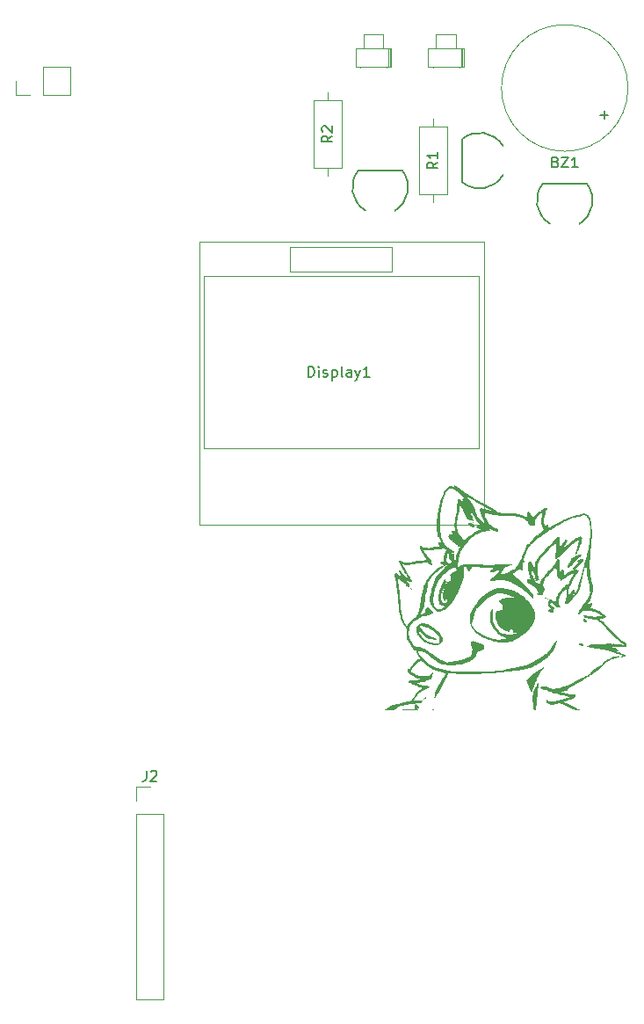
<source format=gbr>
%TF.GenerationSoftware,KiCad,Pcbnew,7.0.10+dfsg-1*%
%TF.CreationDate,2024-02-23T10:47:49+01:00*%
%TF.ProjectId,chibi_v2_1,63686962-695f-4763-925f-312e6b696361,rev?*%
%TF.SameCoordinates,Original*%
%TF.FileFunction,Legend,Top*%
%TF.FilePolarity,Positive*%
%FSLAX46Y46*%
G04 Gerber Fmt 4.6, Leading zero omitted, Abs format (unit mm)*
G04 Created by KiCad (PCBNEW 7.0.10+dfsg-1) date 2024-02-23 10:47:49*
%MOMM*%
%LPD*%
G01*
G04 APERTURE LIST*
%ADD10C,0.150000*%
%ADD11C,0.120000*%
%ADD12C,0.203200*%
G04 APERTURE END LIST*
D10*
X135074819Y-45886666D02*
X134598628Y-46219999D01*
X135074819Y-46458094D02*
X134074819Y-46458094D01*
X134074819Y-46458094D02*
X134074819Y-46077142D01*
X134074819Y-46077142D02*
X134122438Y-45981904D01*
X134122438Y-45981904D02*
X134170057Y-45934285D01*
X134170057Y-45934285D02*
X134265295Y-45886666D01*
X134265295Y-45886666D02*
X134408152Y-45886666D01*
X134408152Y-45886666D02*
X134503390Y-45934285D01*
X134503390Y-45934285D02*
X134551009Y-45981904D01*
X134551009Y-45981904D02*
X134598628Y-46077142D01*
X134598628Y-46077142D02*
X134598628Y-46458094D01*
X134170057Y-45505713D02*
X134122438Y-45458094D01*
X134122438Y-45458094D02*
X134074819Y-45362856D01*
X134074819Y-45362856D02*
X134074819Y-45124761D01*
X134074819Y-45124761D02*
X134122438Y-45029523D01*
X134122438Y-45029523D02*
X134170057Y-44981904D01*
X134170057Y-44981904D02*
X134265295Y-44934285D01*
X134265295Y-44934285D02*
X134360533Y-44934285D01*
X134360533Y-44934285D02*
X134503390Y-44981904D01*
X134503390Y-44981904D02*
X135074819Y-45553332D01*
X135074819Y-45553332D02*
X135074819Y-44934285D01*
X117166666Y-107044819D02*
X117166666Y-107759104D01*
X117166666Y-107759104D02*
X117119047Y-107901961D01*
X117119047Y-107901961D02*
X117023809Y-107997200D01*
X117023809Y-107997200D02*
X116880952Y-108044819D01*
X116880952Y-108044819D02*
X116785714Y-108044819D01*
X117595238Y-107140057D02*
X117642857Y-107092438D01*
X117642857Y-107092438D02*
X117738095Y-107044819D01*
X117738095Y-107044819D02*
X117976190Y-107044819D01*
X117976190Y-107044819D02*
X118071428Y-107092438D01*
X118071428Y-107092438D02*
X118119047Y-107140057D01*
X118119047Y-107140057D02*
X118166666Y-107235295D01*
X118166666Y-107235295D02*
X118166666Y-107330533D01*
X118166666Y-107330533D02*
X118119047Y-107473390D01*
X118119047Y-107473390D02*
X117547619Y-108044819D01*
X117547619Y-108044819D02*
X118166666Y-108044819D01*
X156599047Y-48406009D02*
X156741904Y-48453628D01*
X156741904Y-48453628D02*
X156789523Y-48501247D01*
X156789523Y-48501247D02*
X156837142Y-48596485D01*
X156837142Y-48596485D02*
X156837142Y-48739342D01*
X156837142Y-48739342D02*
X156789523Y-48834580D01*
X156789523Y-48834580D02*
X156741904Y-48882200D01*
X156741904Y-48882200D02*
X156646666Y-48929819D01*
X156646666Y-48929819D02*
X156265714Y-48929819D01*
X156265714Y-48929819D02*
X156265714Y-47929819D01*
X156265714Y-47929819D02*
X156599047Y-47929819D01*
X156599047Y-47929819D02*
X156694285Y-47977438D01*
X156694285Y-47977438D02*
X156741904Y-48025057D01*
X156741904Y-48025057D02*
X156789523Y-48120295D01*
X156789523Y-48120295D02*
X156789523Y-48215533D01*
X156789523Y-48215533D02*
X156741904Y-48310771D01*
X156741904Y-48310771D02*
X156694285Y-48358390D01*
X156694285Y-48358390D02*
X156599047Y-48406009D01*
X156599047Y-48406009D02*
X156265714Y-48406009D01*
X157170476Y-47929819D02*
X157837142Y-47929819D01*
X157837142Y-47929819D02*
X157170476Y-48929819D01*
X157170476Y-48929819D02*
X157837142Y-48929819D01*
X158741904Y-48929819D02*
X158170476Y-48929819D01*
X158456190Y-48929819D02*
X158456190Y-47929819D01*
X158456190Y-47929819D02*
X158360952Y-48072676D01*
X158360952Y-48072676D02*
X158265714Y-48167914D01*
X158265714Y-48167914D02*
X158170476Y-48215533D01*
X160909048Y-43888866D02*
X161670953Y-43888866D01*
X161290000Y-44269819D02*
X161290000Y-43507914D01*
X145234819Y-48426666D02*
X144758628Y-48759999D01*
X145234819Y-48998094D02*
X144234819Y-48998094D01*
X144234819Y-48998094D02*
X144234819Y-48617142D01*
X144234819Y-48617142D02*
X144282438Y-48521904D01*
X144282438Y-48521904D02*
X144330057Y-48474285D01*
X144330057Y-48474285D02*
X144425295Y-48426666D01*
X144425295Y-48426666D02*
X144568152Y-48426666D01*
X144568152Y-48426666D02*
X144663390Y-48474285D01*
X144663390Y-48474285D02*
X144711009Y-48521904D01*
X144711009Y-48521904D02*
X144758628Y-48617142D01*
X144758628Y-48617142D02*
X144758628Y-48998094D01*
X145234819Y-47474285D02*
X145234819Y-48045713D01*
X145234819Y-47759999D02*
X144234819Y-47759999D01*
X144234819Y-47759999D02*
X144377676Y-47855237D01*
X144377676Y-47855237D02*
X144472914Y-47950475D01*
X144472914Y-47950475D02*
X144520533Y-48045713D01*
X132771428Y-69093819D02*
X132771428Y-68093819D01*
X132771428Y-68093819D02*
X133009523Y-68093819D01*
X133009523Y-68093819D02*
X133152380Y-68141438D01*
X133152380Y-68141438D02*
X133247618Y-68236676D01*
X133247618Y-68236676D02*
X133295237Y-68331914D01*
X133295237Y-68331914D02*
X133342856Y-68522390D01*
X133342856Y-68522390D02*
X133342856Y-68665247D01*
X133342856Y-68665247D02*
X133295237Y-68855723D01*
X133295237Y-68855723D02*
X133247618Y-68950961D01*
X133247618Y-68950961D02*
X133152380Y-69046200D01*
X133152380Y-69046200D02*
X133009523Y-69093819D01*
X133009523Y-69093819D02*
X132771428Y-69093819D01*
X133771428Y-69093819D02*
X133771428Y-68427152D01*
X133771428Y-68093819D02*
X133723809Y-68141438D01*
X133723809Y-68141438D02*
X133771428Y-68189057D01*
X133771428Y-68189057D02*
X133819047Y-68141438D01*
X133819047Y-68141438D02*
X133771428Y-68093819D01*
X133771428Y-68093819D02*
X133771428Y-68189057D01*
X134199999Y-69046200D02*
X134295237Y-69093819D01*
X134295237Y-69093819D02*
X134485713Y-69093819D01*
X134485713Y-69093819D02*
X134580951Y-69046200D01*
X134580951Y-69046200D02*
X134628570Y-68950961D01*
X134628570Y-68950961D02*
X134628570Y-68903342D01*
X134628570Y-68903342D02*
X134580951Y-68808104D01*
X134580951Y-68808104D02*
X134485713Y-68760485D01*
X134485713Y-68760485D02*
X134342856Y-68760485D01*
X134342856Y-68760485D02*
X134247618Y-68712866D01*
X134247618Y-68712866D02*
X134199999Y-68617628D01*
X134199999Y-68617628D02*
X134199999Y-68570009D01*
X134199999Y-68570009D02*
X134247618Y-68474771D01*
X134247618Y-68474771D02*
X134342856Y-68427152D01*
X134342856Y-68427152D02*
X134485713Y-68427152D01*
X134485713Y-68427152D02*
X134580951Y-68474771D01*
X135057142Y-68427152D02*
X135057142Y-69427152D01*
X135057142Y-68474771D02*
X135152380Y-68427152D01*
X135152380Y-68427152D02*
X135342856Y-68427152D01*
X135342856Y-68427152D02*
X135438094Y-68474771D01*
X135438094Y-68474771D02*
X135485713Y-68522390D01*
X135485713Y-68522390D02*
X135533332Y-68617628D01*
X135533332Y-68617628D02*
X135533332Y-68903342D01*
X135533332Y-68903342D02*
X135485713Y-68998580D01*
X135485713Y-68998580D02*
X135438094Y-69046200D01*
X135438094Y-69046200D02*
X135342856Y-69093819D01*
X135342856Y-69093819D02*
X135152380Y-69093819D01*
X135152380Y-69093819D02*
X135057142Y-69046200D01*
X136104761Y-69093819D02*
X136009523Y-69046200D01*
X136009523Y-69046200D02*
X135961904Y-68950961D01*
X135961904Y-68950961D02*
X135961904Y-68093819D01*
X136914285Y-69093819D02*
X136914285Y-68570009D01*
X136914285Y-68570009D02*
X136866666Y-68474771D01*
X136866666Y-68474771D02*
X136771428Y-68427152D01*
X136771428Y-68427152D02*
X136580952Y-68427152D01*
X136580952Y-68427152D02*
X136485714Y-68474771D01*
X136914285Y-69046200D02*
X136819047Y-69093819D01*
X136819047Y-69093819D02*
X136580952Y-69093819D01*
X136580952Y-69093819D02*
X136485714Y-69046200D01*
X136485714Y-69046200D02*
X136438095Y-68950961D01*
X136438095Y-68950961D02*
X136438095Y-68855723D01*
X136438095Y-68855723D02*
X136485714Y-68760485D01*
X136485714Y-68760485D02*
X136580952Y-68712866D01*
X136580952Y-68712866D02*
X136819047Y-68712866D01*
X136819047Y-68712866D02*
X136914285Y-68665247D01*
X137295238Y-68427152D02*
X137533333Y-69093819D01*
X137771428Y-68427152D02*
X137533333Y-69093819D01*
X137533333Y-69093819D02*
X137438095Y-69331914D01*
X137438095Y-69331914D02*
X137390476Y-69379533D01*
X137390476Y-69379533D02*
X137295238Y-69427152D01*
X138676190Y-69093819D02*
X138104762Y-69093819D01*
X138390476Y-69093819D02*
X138390476Y-68093819D01*
X138390476Y-68093819D02*
X138295238Y-68236676D01*
X138295238Y-68236676D02*
X138200000Y-68331914D01*
X138200000Y-68331914D02*
X138104762Y-68379533D01*
D11*
%TO.C,R2*%
X134620000Y-49760000D02*
X134620000Y-48990000D01*
X133250000Y-48990000D02*
X135990000Y-48990000D01*
X135990000Y-48990000D02*
X135990000Y-42450000D01*
X133250000Y-42450000D02*
X133250000Y-48990000D01*
X135990000Y-42450000D02*
X133250000Y-42450000D01*
X134620000Y-41680000D02*
X134620000Y-42450000D01*
%TO.C,D1*%
X140755000Y-39200000D02*
X140755000Y-37480000D01*
X140755000Y-37480000D02*
X137335000Y-37480000D01*
X140635000Y-39200000D02*
X140635000Y-37480000D01*
X140515000Y-39200000D02*
X140515000Y-37480000D01*
X140315000Y-39330000D02*
X140315000Y-39330000D01*
X140315000Y-39330000D02*
X140315000Y-39200000D01*
X140315000Y-39200000D02*
X140315000Y-39330000D01*
X140315000Y-39200000D02*
X140315000Y-39200000D01*
X140005000Y-37480000D02*
X140005000Y-36080000D01*
X140005000Y-36080000D02*
X138085000Y-36080000D01*
X138085000Y-37480000D02*
X140005000Y-37480000D01*
X138085000Y-36080000D02*
X138085000Y-37480000D01*
X137775000Y-39330000D02*
X137775000Y-39330000D01*
X137775000Y-39330000D02*
X137775000Y-39200000D01*
X137775000Y-39200000D02*
X137775000Y-39330000D01*
X137775000Y-39200000D02*
X137775000Y-39200000D01*
X137335000Y-39200000D02*
X140755000Y-39200000D01*
X137335000Y-37480000D02*
X137335000Y-39200000D01*
%TO.C,J2*%
X116170000Y-108590000D02*
X117500000Y-108590000D01*
X116170000Y-109920000D02*
X116170000Y-108590000D01*
X116170000Y-111190000D02*
X116170000Y-129030000D01*
X116170000Y-111190000D02*
X118830000Y-111190000D01*
X116170000Y-129030000D02*
X118830000Y-129030000D01*
X118830000Y-111190000D02*
X118830000Y-129030000D01*
%TO.C,D2*%
X147740000Y-39200000D02*
X147740000Y-37480000D01*
X147740000Y-37480000D02*
X144320000Y-37480000D01*
X147620000Y-39200000D02*
X147620000Y-37480000D01*
X147500000Y-39200000D02*
X147500000Y-37480000D01*
X147300000Y-39330000D02*
X147300000Y-39330000D01*
X147300000Y-39330000D02*
X147300000Y-39200000D01*
X147300000Y-39200000D02*
X147300000Y-39330000D01*
X147300000Y-39200000D02*
X147300000Y-39200000D01*
X146990000Y-37480000D02*
X146990000Y-36080000D01*
X146990000Y-36080000D02*
X145070000Y-36080000D01*
X145070000Y-37480000D02*
X146990000Y-37480000D01*
X145070000Y-36080000D02*
X145070000Y-37480000D01*
X144760000Y-39330000D02*
X144760000Y-39330000D01*
X144760000Y-39330000D02*
X144760000Y-39200000D01*
X144760000Y-39200000D02*
X144760000Y-39330000D01*
X144760000Y-39200000D02*
X144760000Y-39200000D01*
X144320000Y-39200000D02*
X147740000Y-39200000D01*
X144320000Y-37480000D02*
X144320000Y-39200000D01*
%TO.C,BZ1*%
X163580000Y-41275000D02*
G75*
G03*
X151380000Y-41275000I-6100000J0D01*
G01*
X151380000Y-41275000D02*
G75*
G03*
X163580000Y-41275000I6100000J0D01*
G01*
%TO.C,R1*%
X144780000Y-52300000D02*
X144780000Y-51530000D01*
X143410000Y-51530000D02*
X146150000Y-51530000D01*
X146150000Y-51530000D02*
X146150000Y-44990000D01*
X143410000Y-44990000D02*
X143410000Y-51530000D01*
X146150000Y-44990000D02*
X143410000Y-44990000D01*
X144780000Y-44220000D02*
X144780000Y-44990000D01*
D12*
%TO.C,Q3*%
X147625000Y-46160000D02*
X147625000Y-50360000D01*
X151525000Y-46860000D02*
G75*
G03*
X147625000Y-46160000I-2253944J-1343401D01*
G01*
X147625001Y-50359999D02*
G75*
G03*
X151524999Y-49660000I1655264J1992097D01*
G01*
%TO.C,Q2*%
X141800000Y-49200000D02*
X137600000Y-49200000D01*
X141100000Y-53100000D02*
G75*
G03*
X141800000Y-49200000I-1343401J2253944D01*
G01*
X137600001Y-49200001D02*
G75*
G03*
X138300000Y-53099999I1992097J-1655264D01*
G01*
%TO.C,Q1*%
X159580000Y-50470000D02*
X155380000Y-50470000D01*
X158880000Y-54370000D02*
G75*
G03*
X159580000Y-50470000I-1343401J2253944D01*
G01*
X155380001Y-50470001D02*
G75*
G03*
X156080000Y-54369999I1992097J-1655264D01*
G01*
D11*
%TO.C,Display1*%
X122300000Y-56085000D02*
X149700000Y-56085000D01*
X122300000Y-83385000D02*
X122300000Y-56085000D01*
X122722000Y-59380000D02*
X145822000Y-59380000D01*
X122722000Y-75980000D02*
X122722000Y-59380000D01*
X131001000Y-56574000D02*
X131001000Y-58987000D01*
X131001000Y-56574000D02*
X140780000Y-56574000D01*
X140780000Y-56574000D02*
X140780000Y-58987000D01*
X140780000Y-58987000D02*
X131001000Y-58987000D01*
X145822000Y-59380000D02*
X148908000Y-59380000D01*
X145822000Y-75980000D02*
X122722000Y-75980000D01*
X145822000Y-75980000D02*
X149162000Y-76005000D01*
X149162000Y-59368000D02*
X148908000Y-59380000D01*
X149162000Y-76005000D02*
X149162000Y-59368000D01*
X149700000Y-56085000D02*
X149700000Y-83385000D01*
X149700000Y-83385000D02*
X122300000Y-83385000D01*
%TO.C,J1*%
X104595000Y-41930000D02*
X104595000Y-40600000D01*
X105925000Y-41930000D02*
X104595000Y-41930000D01*
X107195000Y-41930000D02*
X109795000Y-41930000D01*
X107195000Y-41930000D02*
X107195000Y-39270000D01*
X109795000Y-41930000D02*
X109795000Y-39270000D01*
X107195000Y-39270000D02*
X109795000Y-39270000D01*
%TO.C,G\u002A\u002A\u002A*%
G36*
X143134118Y-92621841D02*
G01*
X143115441Y-92640517D01*
X143096765Y-92621841D01*
X143115441Y-92603164D01*
X143134118Y-92621841D01*
G37*
G36*
X154713529Y-98598311D02*
G01*
X154694853Y-98616988D01*
X154676177Y-98598311D01*
X154694853Y-98579635D01*
X154713529Y-98598311D01*
G37*
G36*
X155161765Y-90156547D02*
G01*
X155143088Y-90175223D01*
X155124412Y-90156547D01*
X155143088Y-90137870D01*
X155161765Y-90156547D01*
G37*
G36*
X155796765Y-90455370D02*
G01*
X155778088Y-90474047D01*
X155759412Y-90455370D01*
X155778088Y-90436694D01*
X155796765Y-90455370D01*
G37*
G36*
X158598235Y-86906841D02*
G01*
X158579559Y-86925517D01*
X158560882Y-86906841D01*
X158579559Y-86888164D01*
X158598235Y-86906841D01*
G37*
G36*
X159195882Y-101213017D02*
G01*
X159177206Y-101231694D01*
X159158529Y-101213017D01*
X159177206Y-101194341D01*
X159195882Y-101213017D01*
G37*
G36*
X163192647Y-96170370D02*
G01*
X163173971Y-96189047D01*
X163155294Y-96170370D01*
X163173971Y-96151694D01*
X163192647Y-96170370D01*
G37*
G36*
X155865699Y-90489156D02*
G01*
X155905799Y-90526767D01*
X155897573Y-90548389D01*
X155892352Y-90548753D01*
X155860758Y-90522222D01*
X155849227Y-90505628D01*
X155844825Y-90480068D01*
X155865699Y-90489156D01*
G37*
G36*
X144904767Y-101170167D02*
G01*
X144945735Y-101194341D01*
X144942038Y-101224195D01*
X144886021Y-101223814D01*
X144796324Y-101194341D01*
X144751393Y-101171243D01*
X144771806Y-101161909D01*
X144822134Y-101159613D01*
X144904767Y-101170167D01*
G37*
G36*
X148699703Y-83143689D02*
G01*
X148699706Y-83145400D01*
X148690519Y-83216779D01*
X148662999Y-83215782D01*
X148641665Y-83186968D01*
X148641692Y-83128838D01*
X148658137Y-83104792D01*
X148690179Y-83090841D01*
X148699703Y-83143689D01*
G37*
G36*
X162891000Y-96012340D02*
G01*
X162957638Y-96032865D01*
X162961116Y-96070884D01*
X162935409Y-96093049D01*
X162887587Y-96085913D01*
X162857879Y-96060009D01*
X162836192Y-96019807D01*
X162877016Y-96011472D01*
X162891000Y-96012340D01*
G37*
G36*
X142703493Y-89480661D02*
G01*
X142752370Y-89540944D01*
X142784278Y-89596025D01*
X142788919Y-89610596D01*
X142749602Y-89598800D01*
X142713440Y-89589093D01*
X142668374Y-89559704D01*
X142668953Y-89537396D01*
X142658463Y-89508082D01*
X142629853Y-89502870D01*
X142589007Y-89486007D01*
X142591492Y-89467149D01*
X142639102Y-89445151D01*
X142703493Y-89480661D01*
G37*
G36*
X144093995Y-99975297D02*
G01*
X144093356Y-100022735D01*
X144024150Y-100096327D01*
X143957375Y-100147395D01*
X143873856Y-100192933D01*
X143826893Y-100188400D01*
X143825565Y-100186488D01*
X143833642Y-100153948D01*
X143860296Y-100148458D01*
X143911316Y-100124023D01*
X143918529Y-100101414D01*
X143944318Y-100052670D01*
X144002265Y-100002601D01*
X144063241Y-99972144D01*
X144093995Y-99975297D01*
G37*
G36*
X155254756Y-90191649D02*
G01*
X155343711Y-90230226D01*
X155455838Y-90282489D01*
X155569557Y-90338098D01*
X155663288Y-90386711D01*
X155715451Y-90417986D01*
X155718189Y-90420373D01*
X155721207Y-90437168D01*
X155666067Y-90420467D01*
X155559910Y-90373071D01*
X155423235Y-90304716D01*
X155310690Y-90244284D01*
X155234572Y-90199188D01*
X155208817Y-90177788D01*
X155210551Y-90177101D01*
X155254756Y-90191649D01*
G37*
G36*
X159118125Y-94779571D02*
G01*
X159211272Y-94807003D01*
X159261772Y-94848951D01*
X159263946Y-94856112D01*
X159252986Y-94936690D01*
X159205007Y-95003701D01*
X159144618Y-95026385D01*
X159083277Y-95013813D01*
X158985269Y-94988750D01*
X158962427Y-94982445D01*
X158860407Y-94942287D01*
X158825856Y-94891571D01*
X158851542Y-94818878D01*
X158855166Y-94813054D01*
X158912835Y-94779727D01*
X159009567Y-94769522D01*
X159118125Y-94779571D01*
G37*
G36*
X148310874Y-83164858D02*
G01*
X148432903Y-83192831D01*
X148571918Y-83235741D01*
X148608885Y-83249216D01*
X148710632Y-83294619D01*
X148757544Y-83339614D01*
X148767215Y-83402088D01*
X148766825Y-83409767D01*
X148746384Y-83508065D01*
X148706584Y-83578534D01*
X148667118Y-83597737D01*
X148618027Y-83585544D01*
X148532578Y-83560893D01*
X148531618Y-83560604D01*
X148414072Y-83505381D01*
X148302644Y-83420838D01*
X148217182Y-83325628D01*
X148177534Y-83238405D01*
X148176765Y-83227108D01*
X148184897Y-83172751D01*
X148223518Y-83155470D01*
X148310874Y-83164858D01*
G37*
G36*
X159392288Y-92400336D02*
G01*
X159487224Y-92452297D01*
X159520636Y-92523786D01*
X159514892Y-92554571D01*
X159524908Y-92583613D01*
X159552638Y-92578589D01*
X159596482Y-92583102D01*
X159601400Y-92632368D01*
X159567113Y-92707210D01*
X159554768Y-92724561D01*
X159484740Y-92783830D01*
X159417463Y-92769286D01*
X159387545Y-92739801D01*
X159364794Y-92684398D01*
X159372494Y-92663121D01*
X159367523Y-92651792D01*
X159335132Y-92661095D01*
X159273415Y-92657638D01*
X159242651Y-92602026D01*
X159249442Y-92512726D01*
X159265980Y-92467626D01*
X159311566Y-92401600D01*
X159374433Y-92395392D01*
X159392288Y-92400336D01*
G37*
G36*
X159037000Y-86248786D02*
G01*
X159068015Y-86266583D01*
X159071616Y-86273898D01*
X159052802Y-86316437D01*
X158990743Y-86393987D01*
X158897737Y-86491604D01*
X158871825Y-86516693D01*
X158765617Y-86619381D01*
X158623607Y-86758720D01*
X158462501Y-86918221D01*
X158299006Y-87081394D01*
X158258930Y-87121620D01*
X158079988Y-87297425D01*
X157944803Y-87419752D01*
X157848251Y-87491619D01*
X157785211Y-87516044D01*
X157750560Y-87496045D01*
X157739177Y-87434642D01*
X157739118Y-87427927D01*
X157765101Y-87302214D01*
X157836775Y-87146938D01*
X157932178Y-86999699D01*
X157986067Y-86908214D01*
X158043686Y-86783118D01*
X158067958Y-86720329D01*
X158114428Y-86607382D01*
X158164358Y-86543879D01*
X158239516Y-86506835D01*
X158282230Y-86494081D01*
X158394485Y-86445593D01*
X158462595Y-86381147D01*
X158465656Y-86375072D01*
X158519006Y-86316564D01*
X158623821Y-86281837D01*
X158671098Y-86274389D01*
X158850564Y-86252674D01*
X158968524Y-86244145D01*
X159037000Y-86248786D01*
G37*
G36*
X143157342Y-100659047D02*
G01*
X143234345Y-100722596D01*
X143325479Y-100807518D01*
X143413137Y-100896637D01*
X143479708Y-100972777D01*
X143507585Y-101018762D01*
X143507647Y-101019890D01*
X143475471Y-101032154D01*
X143395723Y-101026864D01*
X143371512Y-101022775D01*
X143286822Y-101013082D01*
X143259255Y-101032112D01*
X143287640Y-101088074D01*
X143351030Y-101166326D01*
X143365752Y-101187761D01*
X143362464Y-101203924D01*
X143332633Y-101215555D01*
X143267729Y-101223397D01*
X143159218Y-101228189D01*
X142998570Y-101230672D01*
X142777253Y-101231588D01*
X142598289Y-101231694D01*
X142361539Y-101230990D01*
X142152136Y-101229020D01*
X141980827Y-101225998D01*
X141858358Y-101222134D01*
X141795475Y-101217644D01*
X141789412Y-101215685D01*
X141812530Y-101179961D01*
X141849399Y-101139690D01*
X141914914Y-101101966D01*
X141954602Y-101117230D01*
X142023329Y-101146503D01*
X142109395Y-101159962D01*
X142177588Y-101159520D01*
X142294802Y-101155269D01*
X142443520Y-101148217D01*
X142606225Y-101139374D01*
X142765399Y-101129748D01*
X142903528Y-101120346D01*
X143003092Y-101112177D01*
X143046577Y-101106250D01*
X143047016Y-101105991D01*
X143043144Y-101070156D01*
X143026266Y-100984640D01*
X143013080Y-100925101D01*
X142996973Y-100777814D01*
X143024384Y-100678853D01*
X143092856Y-100635433D01*
X143112081Y-100634047D01*
X143157342Y-100659047D01*
G37*
G36*
X154956324Y-98616988D02*
G01*
X154946186Y-98648775D01*
X154911837Y-98656966D01*
X154868513Y-98662404D01*
X154892095Y-98679799D01*
X154918971Y-98691694D01*
X154961245Y-98717157D01*
X154952165Y-98726421D01*
X154926462Y-98759701D01*
X154928233Y-98821005D01*
X154931296Y-98906367D01*
X154921322Y-99034053D01*
X154905097Y-99147844D01*
X154887912Y-99270462D01*
X154868468Y-99447141D01*
X154848782Y-99657357D01*
X154830869Y-99880588D01*
X154825141Y-99961694D01*
X154806823Y-100224956D01*
X154791454Y-100425160D01*
X154777693Y-100573834D01*
X154764201Y-100682502D01*
X154749636Y-100762689D01*
X154732657Y-100825923D01*
X154720490Y-100861232D01*
X154702493Y-100959984D01*
X154703152Y-101079985D01*
X154704441Y-101091620D01*
X154711009Y-101183189D01*
X154692412Y-101222737D01*
X154637300Y-101231661D01*
X154630146Y-101231694D01*
X154566943Y-101218249D01*
X154524289Y-101165451D01*
X154491660Y-101075056D01*
X154469594Y-100972213D01*
X154447051Y-100818134D01*
X154427109Y-100636205D01*
X154416057Y-100500634D01*
X154402500Y-100329288D01*
X154387701Y-100184651D01*
X154373590Y-100083527D01*
X154363593Y-100044354D01*
X154359874Y-99983925D01*
X154380273Y-99858502D01*
X154423609Y-99673384D01*
X154488701Y-99433867D01*
X154535045Y-99275170D01*
X154589796Y-99117835D01*
X154621247Y-99062791D01*
X154797393Y-99062791D01*
X154802503Y-99065223D01*
X154836591Y-99038927D01*
X154844265Y-99027870D01*
X154853783Y-98992949D01*
X154848674Y-98990517D01*
X154814586Y-99016813D01*
X154806912Y-99027870D01*
X154797393Y-99062791D01*
X154621247Y-99062791D01*
X154641196Y-99027878D01*
X154681282Y-99000005D01*
X154739172Y-98963576D01*
X154750882Y-98934128D01*
X154781238Y-98882040D01*
X154815203Y-98861769D01*
X154857256Y-98836248D01*
X154830074Y-98806549D01*
X154826665Y-98804418D01*
X154793817Y-98765823D01*
X154806545Y-98701232D01*
X154817573Y-98675692D01*
X154871292Y-98596119D01*
X154924783Y-98585303D01*
X154956324Y-98616988D01*
G37*
G36*
X155471657Y-97103265D02*
G01*
X155474592Y-97127599D01*
X155431474Y-97179353D01*
X155375790Y-97234929D01*
X155312161Y-97311043D01*
X155232621Y-97425404D01*
X155147119Y-97561027D01*
X155065604Y-97700925D01*
X154998024Y-97828114D01*
X154954328Y-97925606D01*
X154943480Y-97973035D01*
X154917415Y-98007991D01*
X154867702Y-98037683D01*
X154794690Y-98095452D01*
X154761187Y-98168868D01*
X154776406Y-98232383D01*
X154792530Y-98246112D01*
X154818748Y-98275981D01*
X154777850Y-98301475D01*
X154722719Y-98338224D01*
X154720597Y-98370269D01*
X154771144Y-98374419D01*
X154778897Y-98372458D01*
X154796010Y-98373014D01*
X154752985Y-98397889D01*
X154740662Y-98403876D01*
X154676316Y-98445085D01*
X154661467Y-98477578D01*
X154662615Y-98478916D01*
X154659622Y-98521560D01*
X154620354Y-98579406D01*
X154579367Y-98634529D01*
X154593812Y-98654170D01*
X154605020Y-98654913D01*
X154637271Y-98662519D01*
X154608837Y-98686351D01*
X154569829Y-98732514D01*
X154568178Y-98751146D01*
X154561006Y-98808109D01*
X154537271Y-98878458D01*
X154509496Y-98953774D01*
X154501515Y-98990517D01*
X154487063Y-99032364D01*
X154447553Y-99110022D01*
X154441266Y-99121253D01*
X154384253Y-99233709D01*
X154341180Y-99336032D01*
X154297304Y-99409921D01*
X154247542Y-99438753D01*
X154200611Y-99424077D01*
X154196518Y-99410738D01*
X154191957Y-99366613D01*
X154163249Y-99284120D01*
X154106114Y-99151815D01*
X154071329Y-99075868D01*
X154027629Y-98975949D01*
X154001214Y-98904877D01*
X153997724Y-98889103D01*
X153983985Y-98838205D01*
X153950951Y-98749857D01*
X153942398Y-98729047D01*
X153907714Y-98642703D01*
X153890291Y-98592742D01*
X153889769Y-98588973D01*
X153891377Y-98549050D01*
X153891765Y-98500573D01*
X153875399Y-98442201D01*
X153821194Y-98439965D01*
X153736560Y-98440247D01*
X153699797Y-98426217D01*
X153676064Y-98400947D01*
X153721584Y-98392906D01*
X153723677Y-98392870D01*
X153772742Y-98386366D01*
X153752719Y-98362397D01*
X153742353Y-98355517D01*
X153714137Y-98325636D01*
X153730141Y-98318736D01*
X153783241Y-98294318D01*
X153860252Y-98234440D01*
X153880746Y-98215444D01*
X154000802Y-98103669D01*
X154144008Y-97977789D01*
X154319790Y-97829854D01*
X154537568Y-97651917D01*
X154770665Y-97464818D01*
X154895593Y-97372958D01*
X155037507Y-97280606D01*
X155179513Y-97197342D01*
X155304717Y-97132747D01*
X155396224Y-97096401D01*
X155427854Y-97092129D01*
X155471657Y-97103265D01*
G37*
G36*
X143936397Y-92861380D02*
G01*
X144093686Y-92889940D01*
X144248302Y-92926432D01*
X144329412Y-92950353D01*
X144441108Y-92999181D01*
X144584288Y-93078324D01*
X144731758Y-93171858D01*
X144833677Y-93245659D01*
X145078579Y-93442064D01*
X145261230Y-93598860D01*
X145382313Y-93716689D01*
X145442516Y-93796191D01*
X145450000Y-93821753D01*
X145470457Y-93861578D01*
X145523655Y-93942280D01*
X145585829Y-94029515D01*
X145688721Y-94209207D01*
X145721882Y-94381378D01*
X145686885Y-94560801D01*
X145651197Y-94644015D01*
X145540603Y-94788930D01*
X145376948Y-94889047D01*
X145168043Y-94942872D01*
X144921699Y-94948912D01*
X144645731Y-94905673D01*
X144497500Y-94864608D01*
X144285484Y-94793423D01*
X144126503Y-94727445D01*
X144000668Y-94655649D01*
X143888095Y-94567008D01*
X143790222Y-94472478D01*
X143695089Y-94379209D01*
X143618939Y-94311827D01*
X143577445Y-94284144D01*
X143576402Y-94284047D01*
X143537907Y-94253822D01*
X143495655Y-94183880D01*
X143464341Y-94105321D01*
X143458660Y-94049245D01*
X143462446Y-94042876D01*
X143459615Y-94026098D01*
X143438946Y-94028802D01*
X143377210Y-94008994D01*
X143311736Y-93932256D01*
X143249410Y-93815603D01*
X143197117Y-93676054D01*
X143161743Y-93530622D01*
X143161612Y-93529103D01*
X143401406Y-93529103D01*
X143433781Y-93670623D01*
X143469185Y-93722474D01*
X143531080Y-93808551D01*
X143565085Y-93877601D01*
X143598269Y-93935567D01*
X143621264Y-93947870D01*
X143659684Y-93977743D01*
X143708144Y-94050593D01*
X143713063Y-94059880D01*
X143796242Y-94182853D01*
X143915653Y-94314646D01*
X144049170Y-94434231D01*
X144174664Y-94520579D01*
X144220633Y-94542246D01*
X144329072Y-94584677D01*
X144418708Y-94622074D01*
X144422794Y-94623893D01*
X144552198Y-94668324D01*
X144725893Y-94710510D01*
X144913563Y-94744427D01*
X145084888Y-94764049D01*
X145140524Y-94766523D01*
X145262499Y-94762930D01*
X145332670Y-94742565D01*
X145373293Y-94698492D01*
X145376316Y-94693020D01*
X145394040Y-94625263D01*
X145403809Y-94518191D01*
X145405998Y-94393758D01*
X145400980Y-94273921D01*
X145389128Y-94180633D01*
X145370818Y-94135850D01*
X145366812Y-94134635D01*
X145340046Y-94104993D01*
X145338100Y-94087944D01*
X145310194Y-94033766D01*
X145234818Y-93946841D01*
X145124829Y-93838483D01*
X144993088Y-93720005D01*
X144852452Y-93602722D01*
X144715779Y-93497948D01*
X144595929Y-93416997D01*
X144540270Y-93385950D01*
X144424811Y-93331583D01*
X144336992Y-93294965D01*
X144297476Y-93284225D01*
X144242010Y-93277792D01*
X144145723Y-93250958D01*
X144036824Y-93211889D01*
X144011912Y-93201584D01*
X143937326Y-93175998D01*
X143832297Y-93146900D01*
X143720564Y-93119908D01*
X143625867Y-93100635D01*
X143571947Y-93094696D01*
X143567240Y-93096409D01*
X143542760Y-93131153D01*
X143506416Y-93179967D01*
X143479820Y-93224927D01*
X143493763Y-93227263D01*
X143537363Y-93240026D01*
X143610774Y-93295334D01*
X143697889Y-93376802D01*
X143782604Y-93468046D01*
X143848811Y-93552680D01*
X143880406Y-93614321D01*
X143881177Y-93621380D01*
X143910986Y-93660072D01*
X143990504Y-93726323D01*
X144104861Y-93810129D01*
X144239188Y-93901486D01*
X144378618Y-93990392D01*
X144508282Y-94066843D01*
X144613312Y-94120835D01*
X144640306Y-94132123D01*
X144749410Y-94162064D01*
X144834029Y-94171988D01*
X144899138Y-94191661D01*
X144983058Y-94241032D01*
X145068089Y-94305624D01*
X145136527Y-94370962D01*
X145170669Y-94422572D01*
X145164984Y-94442606D01*
X145114104Y-94445341D01*
X145008542Y-94435012D01*
X144866587Y-94414562D01*
X144706530Y-94386929D01*
X144546659Y-94355053D01*
X144405265Y-94321875D01*
X144391780Y-94318314D01*
X144204917Y-94241006D01*
X144006567Y-94113461D01*
X143818168Y-93952500D01*
X143661159Y-93774944D01*
X143616157Y-93709741D01*
X143542580Y-93579338D01*
X143488987Y-93457016D01*
X143466936Y-93369170D01*
X143466926Y-93368900D01*
X143462805Y-93294372D01*
X143453623Y-93290465D01*
X143432941Y-93350223D01*
X143401406Y-93529103D01*
X143161612Y-93529103D01*
X143150173Y-93396326D01*
X143156815Y-93331547D01*
X143198912Y-93201692D01*
X143263291Y-93085910D01*
X143336251Y-93004305D01*
X143398635Y-92976694D01*
X143457686Y-92962333D01*
X143470294Y-92943697D01*
X143504796Y-92907195D01*
X143597425Y-92871071D01*
X143713088Y-92845025D01*
X143801257Y-92844995D01*
X143936397Y-92861380D01*
G37*
G36*
X162660043Y-95994863D02*
G01*
X162725989Y-96010845D01*
X162723966Y-96026858D01*
X162687338Y-96042950D01*
X162638280Y-96065270D01*
X162657921Y-96073154D01*
X162681249Y-96074362D01*
X162735575Y-96086012D01*
X162731933Y-96108210D01*
X162684495Y-96132090D01*
X162607432Y-96148786D01*
X162557647Y-96151694D01*
X162458927Y-96160504D01*
X162396053Y-96182346D01*
X162389559Y-96189047D01*
X162337500Y-96219118D01*
X162284634Y-96226374D01*
X162219759Y-96241889D01*
X162112990Y-96282365D01*
X161983731Y-96338668D01*
X161851386Y-96401660D01*
X161735360Y-96462207D01*
X161655057Y-96511172D01*
X161630049Y-96534561D01*
X161587055Y-96560071D01*
X161563750Y-96562576D01*
X161516780Y-96587690D01*
X161431090Y-96655713D01*
X161319702Y-96755669D01*
X161218531Y-96853555D01*
X160996730Y-97068521D01*
X160805124Y-97238060D01*
X160627376Y-97375189D01*
X160447148Y-97492923D01*
X160335147Y-97557394D01*
X160232444Y-97622373D01*
X160118341Y-97705796D01*
X160093181Y-97725957D01*
X160004948Y-97790806D01*
X159935674Y-97828612D01*
X159918867Y-97832576D01*
X159867779Y-97852207D01*
X159862010Y-97860591D01*
X159826816Y-97894415D01*
X159748135Y-97955012D01*
X159644912Y-98029216D01*
X159536095Y-98103865D01*
X159440633Y-98165793D01*
X159377472Y-98201837D01*
X159364704Y-98206106D01*
X159319185Y-98228112D01*
X159287893Y-98252797D01*
X159190817Y-98334729D01*
X159110590Y-98384401D01*
X159011948Y-98423080D01*
X158997674Y-98427836D01*
X158909685Y-98464678D01*
X158862330Y-98499701D01*
X158859706Y-98507114D01*
X158828044Y-98540330D01*
X158766324Y-98564296D01*
X158696427Y-98592191D01*
X158672941Y-98618301D01*
X158643243Y-98655040D01*
X158571666Y-98701014D01*
X158570221Y-98701761D01*
X158314104Y-98833943D01*
X158116839Y-98937122D01*
X157970751Y-99016286D01*
X157868166Y-99076421D01*
X157801410Y-99122516D01*
X157762809Y-99159558D01*
X157744689Y-99192534D01*
X157739376Y-99226433D01*
X157739118Y-99241913D01*
X157719212Y-99297087D01*
X157649122Y-99337234D01*
X157580368Y-99357847D01*
X157454428Y-99383229D01*
X157339743Y-99395282D01*
X157317341Y-99395386D01*
X157231861Y-99401543D01*
X157186664Y-99418461D01*
X157187669Y-99456948D01*
X157239418Y-99500506D01*
X157320171Y-99536130D01*
X157407876Y-99550811D01*
X157491305Y-99562899D01*
X157533323Y-99587593D01*
X157584924Y-99616241D01*
X157638248Y-99622192D01*
X157743198Y-99628628D01*
X157795147Y-99637574D01*
X157892709Y-99655550D01*
X158026272Y-99674145D01*
X158171069Y-99690658D01*
X158302332Y-99702388D01*
X158395296Y-99706633D01*
X158417500Y-99705460D01*
X158486741Y-99718285D01*
X158512301Y-99772685D01*
X158498649Y-99853120D01*
X158450255Y-99944048D01*
X158371588Y-100029926D01*
X158311979Y-100072408D01*
X158191893Y-100130061D01*
X158049762Y-100180986D01*
X158008819Y-100192338D01*
X157881731Y-100229753D01*
X157769941Y-100271496D01*
X157740144Y-100285491D01*
X157640543Y-100322989D01*
X157566265Y-100334993D01*
X157479512Y-100360142D01*
X157440294Y-100391253D01*
X157417281Y-100437112D01*
X157432268Y-100447282D01*
X157480104Y-100462286D01*
X157579711Y-100502895D01*
X157715456Y-100562504D01*
X157838386Y-100618880D01*
X158016302Y-100701899D01*
X158194085Y-100784816D01*
X158345588Y-100855437D01*
X158411471Y-100886125D01*
X158541984Y-100950727D01*
X158659599Y-101015363D01*
X158716060Y-101050704D01*
X158800535Y-101099733D01*
X158865150Y-101121308D01*
X158865472Y-101121320D01*
X158932969Y-101137283D01*
X159025864Y-101173435D01*
X159027794Y-101174315D01*
X159078399Y-101199600D01*
X159088130Y-101214900D01*
X159047807Y-101222773D01*
X158948251Y-101225776D01*
X158841029Y-101226343D01*
X158652084Y-101220094D01*
X158509429Y-101197204D01*
X158385622Y-101153054D01*
X158374118Y-101147715D01*
X158281202Y-101103560D01*
X158137501Y-101034918D01*
X157959544Y-100949698D01*
X157763861Y-100855812D01*
X157670001Y-100810717D01*
X157450189Y-100706704D01*
X157279722Y-100633555D01*
X157141152Y-100588668D01*
X157017032Y-100569444D01*
X156889914Y-100573283D01*
X156742351Y-100597584D01*
X156556896Y-100639746D01*
X156543824Y-100642873D01*
X156338435Y-100673337D01*
X156133295Y-100671370D01*
X155951203Y-100639108D01*
X155814964Y-100578684D01*
X155808507Y-100574033D01*
X155731327Y-100494214D01*
X155696767Y-100387157D01*
X155691896Y-100340827D01*
X155694252Y-100230754D01*
X155724407Y-100189754D01*
X155784779Y-100216821D01*
X155846779Y-100276233D01*
X155912029Y-100330607D01*
X155996257Y-100360609D01*
X156124804Y-100374406D01*
X156155969Y-100375854D01*
X156281644Y-100377606D01*
X156377338Y-100372755D01*
X156415900Y-100364735D01*
X156468456Y-100350781D01*
X156572612Y-100333922D01*
X156702181Y-100318213D01*
X156832208Y-100300242D01*
X156930377Y-100278399D01*
X156975194Y-100257586D01*
X157026454Y-100228123D01*
X157064680Y-100223164D01*
X157140383Y-100211851D01*
X157260149Y-100182858D01*
X157397679Y-100143606D01*
X157526672Y-100101516D01*
X157608382Y-100069755D01*
X157692888Y-100035971D01*
X157805094Y-99995412D01*
X157826332Y-99988156D01*
X157969576Y-99939770D01*
X157583538Y-99854259D01*
X157413859Y-99815262D01*
X157264024Y-99778264D01*
X157153881Y-99748302D01*
X157111698Y-99734486D01*
X157013035Y-99706943D01*
X156952948Y-99700223D01*
X156893193Y-99685436D01*
X156880000Y-99665687D01*
X156847748Y-99646470D01*
X156768868Y-99645106D01*
X156756569Y-99646460D01*
X156645435Y-99641179D01*
X156503463Y-99609111D01*
X156429731Y-99584257D01*
X156289518Y-99531005D01*
X156116540Y-99465556D01*
X155947973Y-99401975D01*
X155946177Y-99401299D01*
X155683667Y-99302102D01*
X155483474Y-99224856D01*
X155337860Y-99165557D01*
X155239090Y-99120202D01*
X155179425Y-99084787D01*
X155151131Y-99055310D01*
X155146470Y-99027767D01*
X155157706Y-98998154D01*
X155159720Y-98994338D01*
X155226590Y-98940573D01*
X155360954Y-98907282D01*
X155383732Y-98904352D01*
X155468674Y-98897405D01*
X155549319Y-98900809D01*
X155639296Y-98918377D01*
X155752238Y-98953921D01*
X155901774Y-99011252D01*
X156101536Y-99094183D01*
X156176967Y-99126185D01*
X156389081Y-99216432D01*
X156681231Y-99136448D01*
X156835444Y-99094273D01*
X156975583Y-99056027D01*
X157074864Y-99029016D01*
X157085441Y-99026152D01*
X157189570Y-98996156D01*
X157322346Y-98955623D01*
X157379269Y-98937629D01*
X157490622Y-98908598D01*
X157574411Y-98898693D01*
X157599820Y-98903386D01*
X157620664Y-98903382D01*
X157611949Y-98884230D01*
X157620036Y-98851876D01*
X157698642Y-98841106D01*
X157699560Y-98841106D01*
X157779191Y-98830680D01*
X157813779Y-98805493D01*
X157813824Y-98804464D01*
X157845777Y-98770333D01*
X157916544Y-98743284D01*
X158007790Y-98713667D01*
X158061675Y-98685523D01*
X158108053Y-98658709D01*
X158209619Y-98605494D01*
X158223765Y-98598311D01*
X158336765Y-98598311D01*
X158355441Y-98616988D01*
X158374118Y-98598311D01*
X158355441Y-98579635D01*
X158336765Y-98598311D01*
X158223765Y-98598311D01*
X158354314Y-98532021D01*
X158530080Y-98444430D01*
X158672941Y-98374194D01*
X158864705Y-98279470D01*
X159034975Y-98193534D01*
X159171476Y-98122725D01*
X159261929Y-98073385D01*
X159291837Y-98054559D01*
X159395584Y-97983603D01*
X159503978Y-97932424D01*
X159594599Y-97909647D01*
X159641837Y-97919942D01*
X159675520Y-97936858D01*
X159681471Y-97910488D01*
X159707714Y-97859654D01*
X159774907Y-97782965D01*
X159829373Y-97731755D01*
X159917915Y-97646023D01*
X159980778Y-97570187D01*
X159997405Y-97539917D01*
X160044902Y-97475775D01*
X160101635Y-97436570D01*
X160403757Y-97273646D01*
X160659861Y-97099967D01*
X160825344Y-96963471D01*
X160938236Y-96869086D01*
X161031996Y-96801021D01*
X161091943Y-96769511D01*
X161103399Y-96769573D01*
X161133854Y-96760370D01*
X161138235Y-96736789D01*
X161164058Y-96676637D01*
X161227062Y-96602262D01*
X161235404Y-96594511D01*
X161325686Y-96512408D01*
X161404410Y-96440261D01*
X161496841Y-96376730D01*
X161656237Y-96293570D01*
X161878095Y-96192908D01*
X162157910Y-96076872D01*
X162256363Y-96037857D01*
X162347516Y-96009211D01*
X162391142Y-96017469D01*
X162399533Y-96032204D01*
X162427300Y-96056046D01*
X162486757Y-96026225D01*
X162577836Y-95994412D01*
X162660043Y-95994863D01*
G37*
G36*
X151886817Y-89518105D02*
G01*
X152330376Y-89646714D01*
X152715147Y-89803337D01*
X152807049Y-89841965D01*
X152896121Y-89876053D01*
X153079051Y-89960182D01*
X153285502Y-90083076D01*
X153489659Y-90227405D01*
X153665705Y-90375837D01*
X153718138Y-90427895D01*
X153890602Y-90611096D01*
X154021753Y-90756857D01*
X154122953Y-90880713D01*
X154205565Y-90998198D01*
X154280950Y-91124847D01*
X154360472Y-91276196D01*
X154407576Y-91370517D01*
X154620147Y-91800076D01*
X154611797Y-92136253D01*
X154604115Y-92295804D01*
X154590769Y-92433374D01*
X154574149Y-92526980D01*
X154567145Y-92547135D01*
X154530446Y-92626066D01*
X154479956Y-92738572D01*
X154457346Y-92789929D01*
X154394942Y-92912774D01*
X154325470Y-93021737D01*
X154301944Y-93051400D01*
X154230953Y-93139075D01*
X154145687Y-93253329D01*
X154108762Y-93305531D01*
X153904273Y-93556753D01*
X153643641Y-93808999D01*
X153344174Y-94049672D01*
X153023182Y-94266175D01*
X152697974Y-94445911D01*
X152385861Y-94576284D01*
X152343694Y-94590037D01*
X152176959Y-94638760D01*
X152033826Y-94669737D01*
X151886972Y-94686670D01*
X151709074Y-94693260D01*
X151577726Y-94693793D01*
X151400508Y-94690326D01*
X151247029Y-94681777D01*
X151134949Y-94669480D01*
X151084442Y-94656535D01*
X151009166Y-94629152D01*
X150897722Y-94605350D01*
X150863181Y-94600388D01*
X150707355Y-94572297D01*
X150511867Y-94524937D01*
X150301240Y-94465500D01*
X150099997Y-94401178D01*
X149932660Y-94339162D01*
X149857647Y-94305506D01*
X149722889Y-94237557D01*
X149568278Y-94159440D01*
X149493144Y-94121418D01*
X149263414Y-93989946D01*
X149047236Y-93838479D01*
X148864462Y-93682162D01*
X148746397Y-93551794D01*
X148678363Y-93454790D01*
X148634312Y-93379059D01*
X148625000Y-93351794D01*
X148602468Y-93314209D01*
X148594565Y-93312870D01*
X148557490Y-93280433D01*
X148508513Y-93196559D01*
X148457073Y-93081403D01*
X148412607Y-92955121D01*
X148393410Y-92883311D01*
X148387510Y-92856168D01*
X148536726Y-92856168D01*
X148543578Y-92956489D01*
X148547260Y-93019345D01*
X148580719Y-93102953D01*
X148667887Y-93216704D01*
X148798688Y-93351846D01*
X148963048Y-93499630D01*
X149150892Y-93651304D01*
X149352145Y-93798119D01*
X149556732Y-93931323D01*
X149678651Y-94002038D01*
X149887464Y-94104268D01*
X150124484Y-94199835D01*
X150372682Y-94283775D01*
X150615030Y-94351123D01*
X150834500Y-94396915D01*
X151014061Y-94416185D01*
X151090294Y-94413605D01*
X151197400Y-94401937D01*
X151344069Y-94386907D01*
X151473681Y-94374179D01*
X151603808Y-94357442D01*
X151701911Y-94336883D01*
X151746694Y-94316993D01*
X151796404Y-94290351D01*
X151847455Y-94284047D01*
X151874126Y-94272850D01*
X151845701Y-94244425D01*
X151777493Y-94206519D01*
X151684811Y-94166878D01*
X151643724Y-94153311D01*
X152098824Y-94153311D01*
X152117500Y-94171988D01*
X152136177Y-94153311D01*
X152117500Y-94134635D01*
X152098824Y-94153311D01*
X151643724Y-94153311D01*
X151582969Y-94133250D01*
X151520258Y-94118499D01*
X151433927Y-94094514D01*
X151390382Y-94067168D01*
X151389118Y-94062593D01*
X151357936Y-94029499D01*
X151310654Y-94010770D01*
X151256370Y-93977818D01*
X151260752Y-93944037D01*
X151265616Y-93912832D01*
X151234607Y-93918815D01*
X151179130Y-93904538D01*
X151089868Y-93843172D01*
X150978643Y-93746798D01*
X150857277Y-93627495D01*
X150737592Y-93497344D01*
X150631412Y-93368424D01*
X150550556Y-93252816D01*
X150513656Y-93182135D01*
X150499550Y-93144782D01*
X150604706Y-93144782D01*
X150623382Y-93163458D01*
X150642059Y-93144782D01*
X150623382Y-93126106D01*
X150604706Y-93144782D01*
X150499550Y-93144782D01*
X150443127Y-92995370D01*
X150530000Y-92995370D01*
X150548677Y-93014047D01*
X150567353Y-92995370D01*
X150548677Y-92976694D01*
X150530000Y-92995370D01*
X150443127Y-92995370D01*
X150405469Y-92895651D01*
X150332239Y-92660146D01*
X150290444Y-92462569D01*
X150276750Y-92304335D01*
X150282624Y-92174316D01*
X150301936Y-92013863D01*
X150330836Y-91842321D01*
X150365476Y-91679033D01*
X150402008Y-91543345D01*
X150436583Y-91454601D01*
X150449481Y-91436095D01*
X150492830Y-91437968D01*
X150547164Y-91480905D01*
X150586062Y-91533779D01*
X150596110Y-91591392D01*
X150579267Y-91681156D01*
X150565196Y-91733073D01*
X150541157Y-91857141D01*
X150522901Y-92023378D01*
X150513823Y-92199286D01*
X150513430Y-92228788D01*
X150541351Y-92554339D01*
X150632436Y-92856508D01*
X150790903Y-93146333D01*
X150938398Y-93340921D01*
X151154051Y-93572713D01*
X151353428Y-93734661D01*
X151539770Y-93829032D01*
X151676600Y-93857087D01*
X151809143Y-93874446D01*
X151929601Y-93903692D01*
X151956822Y-93913587D01*
X152043691Y-93932158D01*
X152165030Y-93935765D01*
X152306710Y-93926924D01*
X152454605Y-93908153D01*
X152594586Y-93881969D01*
X152712527Y-93850889D01*
X152794298Y-93817430D01*
X152825773Y-93784110D01*
X152809441Y-93761669D01*
X152736102Y-93745915D01*
X152692935Y-93751207D01*
X152602339Y-93756510D01*
X152528159Y-93745711D01*
X152462959Y-93720088D01*
X152459087Y-93677407D01*
X152474185Y-93645624D01*
X152486226Y-93555671D01*
X152448388Y-93464297D01*
X152377481Y-93400524D01*
X152324748Y-93387576D01*
X152229049Y-93420199D01*
X152157400Y-93499354D01*
X152136177Y-93577009D01*
X152126413Y-93626102D01*
X152088717Y-93644524D01*
X152010481Y-93632308D01*
X151879096Y-93589490D01*
X151846853Y-93577813D01*
X151618711Y-93479150D01*
X151431942Y-93358476D01*
X151253214Y-93193736D01*
X151231050Y-93170306D01*
X151076429Y-92973162D01*
X150956301Y-92743561D01*
X150861887Y-92463649D01*
X150838242Y-92371251D01*
X150806736Y-92225736D01*
X150796623Y-92116167D01*
X150807577Y-92007011D01*
X150833766Y-91885663D01*
X150875875Y-91741720D01*
X150916200Y-91669691D01*
X150938896Y-91661634D01*
X151032621Y-91661560D01*
X151160757Y-91637143D01*
X151293983Y-91596802D01*
X151402976Y-91548953D01*
X151449593Y-91515016D01*
X151510167Y-91396754D01*
X151513848Y-91253430D01*
X151466159Y-91101034D01*
X151372619Y-90955558D01*
X151238753Y-90832993D01*
X151206906Y-90812195D01*
X151122917Y-90752890D01*
X151078173Y-90705491D01*
X151076096Y-90690918D01*
X151119233Y-90659675D01*
X151212744Y-90609560D01*
X151337676Y-90549537D01*
X151475075Y-90488566D01*
X151605988Y-90435611D01*
X151650588Y-90419278D01*
X151808444Y-90381868D01*
X152033777Y-90357469D01*
X152329373Y-90345804D01*
X152405154Y-90344912D01*
X152514614Y-90340339D01*
X152581339Y-90330109D01*
X152591918Y-90319307D01*
X152546411Y-90293867D01*
X152451744Y-90249845D01*
X152328047Y-90196583D01*
X152322941Y-90194460D01*
X152051623Y-90102552D01*
X151737116Y-90030322D01*
X151409803Y-89984463D01*
X151345032Y-89979012D01*
X151222994Y-89965808D01*
X151129396Y-89948181D01*
X151097100Y-89936635D01*
X151057998Y-89933701D01*
X151052941Y-89948901D01*
X151021736Y-89981220D01*
X150979541Y-89988458D01*
X150832142Y-90013653D01*
X150644156Y-90085450D01*
X150428356Y-90198164D01*
X150237328Y-90318682D01*
X150098963Y-90412411D01*
X149979320Y-90493061D01*
X149894878Y-90549545D01*
X149867644Y-90567429D01*
X149804305Y-90619220D01*
X149697001Y-90720189D01*
X149551963Y-90864183D01*
X149375420Y-91045050D01*
X149228990Y-91198138D01*
X149126098Y-91298538D01*
X149035445Y-91372905D01*
X148974114Y-91407499D01*
X148967520Y-91408442D01*
X148929187Y-91416703D01*
X148952948Y-91439347D01*
X148976376Y-91474884D01*
X148949048Y-91533973D01*
X148926927Y-91563529D01*
X148871064Y-91645927D01*
X148841773Y-91709916D01*
X148804683Y-91777297D01*
X148774412Y-91808091D01*
X148744905Y-91845662D01*
X148761768Y-91854918D01*
X148796408Y-91884224D01*
X148796574Y-91902797D01*
X148763284Y-92055564D01*
X148730298Y-92155627D01*
X148701165Y-92192269D01*
X148700689Y-92192282D01*
X148676499Y-92224013D01*
X148669156Y-92276326D01*
X148660293Y-92410104D01*
X148640078Y-92544335D01*
X148613115Y-92657164D01*
X148584009Y-92726737D01*
X148571898Y-92737945D01*
X148542966Y-92782935D01*
X148536726Y-92856168D01*
X148387510Y-92856168D01*
X148352640Y-92695754D01*
X148333660Y-92584488D01*
X148512941Y-92584488D01*
X148531618Y-92603164D01*
X148550294Y-92584488D01*
X148531618Y-92565811D01*
X148512941Y-92584488D01*
X148333660Y-92584488D01*
X148328713Y-92555490D01*
X148319321Y-92437604D01*
X148322156Y-92317179D01*
X148330977Y-92209562D01*
X148359616Y-92023246D01*
X148414109Y-91855405D01*
X148496111Y-91686620D01*
X148787122Y-91204216D01*
X149033988Y-90866253D01*
X149372059Y-90866253D01*
X149390735Y-90884929D01*
X149409412Y-90866253D01*
X149390735Y-90847576D01*
X149372059Y-90866253D01*
X149033988Y-90866253D01*
X149127975Y-90737583D01*
X149405740Y-90413804D01*
X149592864Y-90218728D01*
X149760901Y-90063658D01*
X149931713Y-89931783D01*
X150114932Y-89814145D01*
X150953333Y-89814145D01*
X150958461Y-89836351D01*
X150978235Y-89839047D01*
X151008981Y-89825380D01*
X151003137Y-89814145D01*
X150958808Y-89809674D01*
X150953333Y-89814145D01*
X150114932Y-89814145D01*
X150127164Y-89806291D01*
X150369119Y-89670370D01*
X150380588Y-89664202D01*
X150712101Y-89528309D01*
X151075257Y-89458758D01*
X151467637Y-89455405D01*
X151886817Y-89518105D01*
G37*
G36*
X146985550Y-79590862D02*
G01*
X147087148Y-79641100D01*
X147190929Y-79714803D01*
X147198320Y-79721110D01*
X147293347Y-79797177D01*
X147431976Y-79900428D01*
X147595324Y-80017102D01*
X147758614Y-80129467D01*
X147952763Y-80260865D01*
X148165101Y-80405428D01*
X148366539Y-80543311D01*
X148494265Y-80631303D01*
X148669552Y-80747954D01*
X148859147Y-80866752D01*
X149033249Y-80969289D01*
X149105990Y-81009137D01*
X149235149Y-81081442D01*
X149336640Y-81146154D01*
X149393483Y-81192174D01*
X149399389Y-81200923D01*
X149433757Y-81231956D01*
X149448384Y-81228193D01*
X149487020Y-81230856D01*
X149569193Y-81263724D01*
X149700373Y-81329463D01*
X149886028Y-81430737D01*
X150025735Y-81509606D01*
X150130753Y-81568271D01*
X150274278Y-81646977D01*
X150428859Y-81730693D01*
X150461313Y-81748123D01*
X150610927Y-81832696D01*
X150750819Y-81919256D01*
X150855491Y-81991853D01*
X150872195Y-82005141D01*
X150963637Y-82078363D01*
X151046046Y-82133434D01*
X151132189Y-82173181D01*
X151234833Y-82200433D01*
X151366746Y-82218017D01*
X151540693Y-82228762D01*
X151769441Y-82235496D01*
X151925932Y-82238563D01*
X152253681Y-82246359D01*
X152510976Y-82256762D01*
X152702035Y-82270151D01*
X152831078Y-82286907D01*
X152902322Y-82307407D01*
X152920588Y-82327919D01*
X152952427Y-82342796D01*
X153028224Y-82339722D01*
X153113588Y-82340965D01*
X153161163Y-82364868D01*
X153213995Y-82395866D01*
X153286984Y-82406984D01*
X153372735Y-82424040D01*
X153495240Y-82467257D01*
X153609216Y-82518331D01*
X153723458Y-82572112D01*
X153808437Y-82606514D01*
X153845340Y-82614099D01*
X153853409Y-82571789D01*
X153858699Y-82478538D01*
X153859883Y-82400031D01*
X153870148Y-82265815D01*
X153896652Y-82159573D01*
X153913180Y-82127952D01*
X153950050Y-82085407D01*
X153985376Y-82083837D01*
X154041556Y-82127994D01*
X154078557Y-82163043D01*
X154147159Y-82239535D01*
X154157872Y-82285818D01*
X154143989Y-82300257D01*
X154121877Y-82324795D01*
X154156692Y-82330534D01*
X154212293Y-82364432D01*
X154275542Y-82454063D01*
X154335811Y-82582724D01*
X154359034Y-82648606D01*
X154378339Y-82691819D01*
X154405995Y-82687760D01*
X154458772Y-82631036D01*
X154475173Y-82611253D01*
X154682561Y-82375748D01*
X154869894Y-82198928D01*
X155047545Y-82071251D01*
X155086963Y-82048476D01*
X155180595Y-81991816D01*
X155246976Y-81943004D01*
X155255052Y-81935135D01*
X155368118Y-81835226D01*
X155500463Y-81752995D01*
X155625064Y-81703683D01*
X155678893Y-81696106D01*
X155756703Y-81700972D01*
X155788963Y-81725611D01*
X155779083Y-81785080D01*
X155730472Y-81894437D01*
X155725938Y-81903869D01*
X155662119Y-82069409D01*
X155594591Y-82308299D01*
X155523692Y-82619294D01*
X155501409Y-82728504D01*
X155482566Y-82958914D01*
X155503063Y-83139386D01*
X155525482Y-83269284D01*
X155541725Y-83376236D01*
X155547136Y-83423679D01*
X155569016Y-83481209D01*
X155620253Y-83473008D01*
X155696592Y-83400061D01*
X155707617Y-83386526D01*
X155765039Y-83320452D01*
X155804576Y-83307716D01*
X155853757Y-83342341D01*
X155864903Y-83352368D01*
X155917135Y-83423958D01*
X155923640Y-83519811D01*
X155919370Y-83550589D01*
X155898296Y-83680448D01*
X156024957Y-83609071D01*
X156129879Y-83548168D01*
X156261644Y-83469359D01*
X156342514Y-83419988D01*
X156451460Y-83356924D01*
X156538020Y-83314206D01*
X156575969Y-83302282D01*
X156616377Y-83281352D01*
X156618529Y-83271802D01*
X156650363Y-83242968D01*
X156733261Y-83198302D01*
X156833309Y-83154175D01*
X156957065Y-83100663D01*
X157057725Y-83051276D01*
X157104118Y-83023221D01*
X157165773Y-82987101D01*
X157273413Y-82934615D01*
X157402941Y-82877468D01*
X157533806Y-82821506D01*
X157642975Y-82773009D01*
X157706505Y-82742634D01*
X157783717Y-82713577D01*
X157890873Y-82686632D01*
X157902281Y-82684418D01*
X157984145Y-82660341D01*
X158018216Y-82632323D01*
X158016733Y-82625833D01*
X158029145Y-82598556D01*
X158064305Y-82592576D01*
X158139542Y-82575505D01*
X158242144Y-82533061D01*
X158270597Y-82518523D01*
X158373632Y-82476647D01*
X158457163Y-82465440D01*
X158472274Y-82468841D01*
X158515282Y-82475812D01*
X158505209Y-82443741D01*
X158494948Y-82411830D01*
X158517227Y-82420593D01*
X158573284Y-82424978D01*
X158682827Y-82411741D01*
X158827694Y-82384417D01*
X158989725Y-82346544D01*
X159150759Y-82301657D01*
X159188110Y-82289954D01*
X159286086Y-82271034D01*
X159395104Y-82281784D01*
X159513324Y-82314047D01*
X159616259Y-82354353D01*
X159712752Y-82404850D01*
X159788349Y-82455536D01*
X159828595Y-82496408D01*
X159819036Y-82517461D01*
X159808657Y-82518442D01*
X159800373Y-82534361D01*
X159814173Y-82546457D01*
X159871485Y-82619480D01*
X159928420Y-82748748D01*
X159979301Y-82915989D01*
X160018449Y-83102931D01*
X160038656Y-83268844D01*
X160051109Y-83413684D01*
X160063786Y-83527174D01*
X160074525Y-83590942D01*
X160077435Y-83598124D01*
X160070634Y-83636843D01*
X160036330Y-83699720D01*
X160000807Y-83759315D01*
X160009988Y-83772267D01*
X160042203Y-83761769D01*
X160085957Y-83757350D01*
X160086554Y-83805220D01*
X160083178Y-83818923D01*
X160079776Y-83881734D01*
X160097164Y-83899929D01*
X160112343Y-83926110D01*
X160096274Y-83967309D01*
X160080340Y-84048967D01*
X160092203Y-84086451D01*
X160104137Y-84111342D01*
X160111321Y-84147379D01*
X160113414Y-84205508D01*
X160110072Y-84296674D01*
X160100952Y-84431824D01*
X160085712Y-84621904D01*
X160069377Y-84815076D01*
X160057829Y-84968428D01*
X160051227Y-85094208D01*
X160050448Y-85173318D01*
X160052232Y-85188606D01*
X160064826Y-85294513D01*
X160052772Y-85406956D01*
X160045196Y-85431400D01*
X160009786Y-85562026D01*
X159977974Y-85754158D01*
X159950438Y-85994654D01*
X159927857Y-86270369D01*
X159910908Y-86568162D01*
X159900269Y-86874890D01*
X159896620Y-87177409D01*
X159900639Y-87462576D01*
X159913002Y-87717250D01*
X159921822Y-87821988D01*
X159936805Y-87976187D01*
X159949955Y-88115715D01*
X159958522Y-88211395D01*
X159958755Y-88214194D01*
X159974691Y-88317471D01*
X159995719Y-88388703D01*
X160025612Y-88470392D01*
X160033559Y-88500762D01*
X160056188Y-88580900D01*
X160065321Y-88606400D01*
X160078753Y-88683497D01*
X160079452Y-88774488D01*
X160087979Y-88874301D01*
X160115780Y-88942576D01*
X160154157Y-89031161D01*
X160182587Y-89172399D01*
X160200221Y-89344791D01*
X160206210Y-89526840D01*
X160199707Y-89697049D01*
X160179863Y-89833920D01*
X160153763Y-89905046D01*
X160134185Y-89961009D01*
X160107010Y-90069297D01*
X160077467Y-90208638D01*
X160071491Y-90239642D01*
X160033291Y-90400999D01*
X159987019Y-90537093D01*
X159940997Y-90623450D01*
X159940990Y-90623458D01*
X159862589Y-90728349D01*
X159801483Y-90819325D01*
X159741952Y-90890712D01*
X159686257Y-90921989D01*
X159684583Y-90922046D01*
X159650968Y-90935127D01*
X159656245Y-90946860D01*
X159657878Y-90992038D01*
X159641980Y-91018240D01*
X159623871Y-91069862D01*
X159642304Y-91089249D01*
X159678131Y-91090519D01*
X159681471Y-91078498D01*
X159713265Y-91044028D01*
X159792463Y-90998780D01*
X159894788Y-90953018D01*
X159995964Y-90917008D01*
X160071714Y-90901014D01*
X160093465Y-90904293D01*
X160129005Y-90964907D01*
X160107729Y-91059211D01*
X160032883Y-91176474D01*
X159999185Y-91215950D01*
X159868663Y-91360422D01*
X160032656Y-91382899D01*
X160116048Y-91396881D01*
X160199655Y-91418210D01*
X160296910Y-91452045D01*
X160421244Y-91503550D01*
X160586086Y-91577884D01*
X160798263Y-91677092D01*
X160965229Y-91765456D01*
X161125146Y-91867008D01*
X161264696Y-91971355D01*
X161370559Y-92068103D01*
X161429415Y-92146859D01*
X161437059Y-92175544D01*
X161402454Y-92272151D01*
X161305458Y-92344611D01*
X161156303Y-92386308D01*
X161102661Y-92391847D01*
X160988301Y-92405111D01*
X160909656Y-92424550D01*
X160888157Y-92439080D01*
X160909302Y-92478647D01*
X160975299Y-92537913D01*
X161006757Y-92560590D01*
X161171250Y-92680930D01*
X161274007Y-92775330D01*
X161312612Y-92841391D01*
X161308848Y-92860550D01*
X161313581Y-92897038D01*
X161334961Y-92901988D01*
X161398304Y-92929702D01*
X161472689Y-92994777D01*
X161531395Y-93070117D01*
X161549118Y-93119175D01*
X161568496Y-93160879D01*
X161578281Y-93163458D01*
X161612452Y-93188507D01*
X161691354Y-93258513D01*
X161806735Y-93365769D01*
X161950343Y-93502570D01*
X162113925Y-93661206D01*
X162168218Y-93714414D01*
X162344017Y-93885769D01*
X162509645Y-94044686D01*
X162654944Y-94181611D01*
X162769754Y-94286994D01*
X162843916Y-94351282D01*
X162853489Y-94358753D01*
X162952063Y-94435847D01*
X163036030Y-94506615D01*
X163047964Y-94517503D01*
X163112814Y-94567262D01*
X163150720Y-94582870D01*
X163198832Y-94608500D01*
X163233229Y-94642791D01*
X163308389Y-94704424D01*
X163368538Y-94735249D01*
X163420278Y-94765503D01*
X163445852Y-94819657D01*
X163453855Y-94920003D01*
X163454118Y-94957244D01*
X163454118Y-95146703D01*
X162724141Y-95133218D01*
X162449516Y-95129655D01*
X162248399Y-95130578D01*
X162119720Y-95136128D01*
X162062409Y-95146450D01*
X162075395Y-95161684D01*
X162157607Y-95181974D01*
X162243277Y-95197222D01*
X162385420Y-95236146D01*
X162517988Y-95298514D01*
X162617729Y-95371475D01*
X162657244Y-95426036D01*
X162660485Y-95499313D01*
X162608439Y-95533138D01*
X162512954Y-95520829D01*
X162498362Y-95515641D01*
X162425474Y-95489575D01*
X162415727Y-95496426D01*
X162462414Y-95542621D01*
X162466347Y-95546302D01*
X162562135Y-95607714D01*
X162653112Y-95639205D01*
X162763129Y-95666136D01*
X162897508Y-95707179D01*
X163035938Y-95755025D01*
X163158110Y-95802364D01*
X163243713Y-95841890D01*
X163271529Y-95861740D01*
X163311166Y-95893026D01*
X163318220Y-95893413D01*
X163342059Y-95908900D01*
X163342059Y-95958325D01*
X163342059Y-95987845D01*
X163322640Y-96029451D01*
X163253596Y-96034747D01*
X163232267Y-96032000D01*
X163156416Y-96031359D01*
X163129502Y-96053304D01*
X163129547Y-96053557D01*
X163104833Y-96091191D01*
X163066273Y-96106482D01*
X163017489Y-96105849D01*
X163012299Y-96060248D01*
X163019295Y-96028633D01*
X163024131Y-95955997D01*
X162976846Y-95920077D01*
X162948039Y-95911782D01*
X162883936Y-95885654D01*
X162870053Y-95861113D01*
X162850978Y-95840612D01*
X162787536Y-95831159D01*
X162672573Y-95811387D01*
X162497341Y-95758315D01*
X162297652Y-95684782D01*
X162669706Y-95684782D01*
X162688382Y-95703458D01*
X162707059Y-95684782D01*
X162688382Y-95666106D01*
X162669706Y-95684782D01*
X162297652Y-95684782D01*
X162267544Y-95673695D01*
X162240147Y-95662919D01*
X162166701Y-95637626D01*
X162044375Y-95601034D01*
X161866074Y-95551123D01*
X161624702Y-95485871D01*
X161530441Y-95460745D01*
X161318535Y-95409828D01*
X161054079Y-95354505D01*
X160758769Y-95298640D01*
X160454301Y-95246095D01*
X160162372Y-95200733D01*
X159904678Y-95166418D01*
X159831513Y-95158246D01*
X159723125Y-95140987D01*
X159647147Y-95118177D01*
X159632296Y-95108931D01*
X159633336Y-95080909D01*
X159693922Y-95080909D01*
X159699049Y-95103116D01*
X159718824Y-95105811D01*
X159749569Y-95092145D01*
X159743726Y-95080909D01*
X159699396Y-95076439D01*
X159693922Y-95080909D01*
X159633336Y-95080909D01*
X159633880Y-95066251D01*
X159678933Y-95006146D01*
X159746643Y-94949255D01*
X159816195Y-94916216D01*
X159828587Y-94914280D01*
X159915299Y-94903154D01*
X159961618Y-94895163D01*
X160097541Y-94875529D01*
X160257072Y-94862085D01*
X160420744Y-94855238D01*
X160569092Y-94855394D01*
X160682651Y-94862959D01*
X160741955Y-94878338D01*
X160742627Y-94878870D01*
X160792523Y-94901166D01*
X160808059Y-94882369D01*
X160809588Y-94881694D01*
X162333529Y-94881694D01*
X162347196Y-94912439D01*
X162358431Y-94906596D01*
X162362902Y-94862266D01*
X162358431Y-94856792D01*
X162336225Y-94861919D01*
X162333529Y-94881694D01*
X160809588Y-94881694D01*
X160850130Y-94863792D01*
X160956857Y-94847237D01*
X161118194Y-94833916D01*
X161269265Y-94826765D01*
X161524347Y-94818269D01*
X161715121Y-94813485D01*
X161851907Y-94812692D01*
X161945026Y-94816171D01*
X162004796Y-94824199D01*
X162041537Y-94837057D01*
X162057952Y-94848134D01*
X162109767Y-94863227D01*
X162126967Y-94846155D01*
X162183328Y-94814874D01*
X162273784Y-94809086D01*
X162362481Y-94828049D01*
X162400765Y-94851811D01*
X162438197Y-94872527D01*
X162445588Y-94859312D01*
X162478054Y-94838448D01*
X162558405Y-94835505D01*
X162576324Y-94837251D01*
X162662739Y-94855462D01*
X162705931Y-94880474D01*
X162707059Y-94884847D01*
X162738442Y-94901485D01*
X162812999Y-94895991D01*
X162922265Y-94891756D01*
X163045740Y-94909943D01*
X163055793Y-94912590D01*
X163154987Y-94929766D01*
X163189015Y-94912273D01*
X163155958Y-94865204D01*
X163091729Y-94817292D01*
X162989131Y-94743096D01*
X162908497Y-94676357D01*
X162822750Y-94603613D01*
X162718433Y-94521562D01*
X162701254Y-94508672D01*
X162626021Y-94445163D01*
X162509255Y-94337301D01*
X162360818Y-94194949D01*
X162190574Y-94027969D01*
X162008387Y-93846223D01*
X161824120Y-93659574D01*
X161647638Y-93477883D01*
X161488803Y-93311012D01*
X161357481Y-93168825D01*
X161325722Y-93133357D01*
X161192721Y-92994118D01*
X161048094Y-92859590D01*
X160916678Y-92752404D01*
X160877487Y-92724936D01*
X160768364Y-92650539D01*
X160685454Y-92589078D01*
X160648471Y-92555744D01*
X160600632Y-92525289D01*
X160592441Y-92525083D01*
X160536121Y-92516788D01*
X160447271Y-92492624D01*
X160447206Y-92492604D01*
X160357387Y-92474146D01*
X160219106Y-92456851D01*
X160058581Y-92443832D01*
X160017647Y-92441591D01*
X159783198Y-92415837D01*
X159585239Y-92365813D01*
X159573519Y-92360370D01*
X160839412Y-92360370D01*
X160858088Y-92379047D01*
X160876765Y-92360370D01*
X160858088Y-92341694D01*
X160839412Y-92360370D01*
X159573519Y-92360370D01*
X159434525Y-92295819D01*
X159341812Y-92210158D01*
X159320565Y-92162788D01*
X159316477Y-92069366D01*
X159362134Y-92030478D01*
X159454072Y-92048221D01*
X159485882Y-92062743D01*
X159593245Y-92109705D01*
X159688183Y-92141181D01*
X159688879Y-92141346D01*
X159810747Y-92162202D01*
X159973693Y-92179783D01*
X160155451Y-92192879D01*
X160333754Y-92200283D01*
X160486339Y-92200785D01*
X160590939Y-92193177D01*
X160602513Y-92190952D01*
X160705433Y-92175884D01*
X160781727Y-92178628D01*
X160788196Y-92180621D01*
X160857942Y-92187447D01*
X160959943Y-92177844D01*
X160973170Y-92175503D01*
X161057590Y-92154974D01*
X161080288Y-92129752D01*
X161056933Y-92090873D01*
X160993738Y-92042154D01*
X160877620Y-91975990D01*
X160725913Y-91900323D01*
X160555953Y-91823097D01*
X160410324Y-91762723D01*
X160764706Y-91762723D01*
X160783382Y-91781400D01*
X160802059Y-91762723D01*
X160783382Y-91744047D01*
X160764706Y-91762723D01*
X160410324Y-91762723D01*
X160385076Y-91752256D01*
X160230617Y-91695743D01*
X160129706Y-91665989D01*
X159990204Y-91641645D01*
X159811669Y-91623459D01*
X159629726Y-91614924D01*
X159606765Y-91614701D01*
X159452701Y-91612706D01*
X159359036Y-91606042D01*
X159311473Y-91591211D01*
X159295715Y-91564713D01*
X159295838Y-91538606D01*
X159294617Y-91508433D01*
X159279079Y-91505738D01*
X159242410Y-91537209D01*
X159177798Y-91609532D01*
X159078432Y-91729396D01*
X158988367Y-91840441D01*
X158899210Y-91933236D01*
X158831305Y-91961812D01*
X158812293Y-91957963D01*
X158778912Y-91937579D01*
X158773917Y-91899758D01*
X158798878Y-91825332D01*
X158828912Y-91755076D01*
X158889302Y-91636351D01*
X158976792Y-91486983D01*
X159064035Y-91351841D01*
X159457353Y-91351841D01*
X159476029Y-91370517D01*
X159494706Y-91351841D01*
X159476029Y-91333164D01*
X159457353Y-91351841D01*
X159064035Y-91351841D01*
X159074022Y-91336371D01*
X159089068Y-91314488D01*
X159192596Y-91164003D01*
X159316908Y-90981205D01*
X159441627Y-90796125D01*
X159494623Y-90716841D01*
X159590314Y-90574281D01*
X159673630Y-90452135D01*
X159734117Y-90365614D01*
X159758312Y-90333134D01*
X159812352Y-90244282D01*
X159863827Y-90123180D01*
X159898606Y-90006366D01*
X159905588Y-89952305D01*
X159924835Y-89890758D01*
X159952279Y-89875828D01*
X159978621Y-89867282D01*
X159950695Y-89844629D01*
X159918709Y-89789428D01*
X159905597Y-89696093D01*
X159905708Y-89686451D01*
X159904947Y-89469343D01*
X159892496Y-89270531D01*
X159870207Y-89105429D01*
X159839935Y-88989453D01*
X159816893Y-88947755D01*
X159768263Y-88862312D01*
X159756177Y-88801993D01*
X159742775Y-88706768D01*
X159718393Y-88623943D01*
X159687511Y-88515914D01*
X159665043Y-88392051D01*
X159664562Y-88388055D01*
X159652316Y-88285588D01*
X159634378Y-88137526D01*
X159614209Y-87972415D01*
X159610001Y-87938139D01*
X159594127Y-87792361D01*
X159585293Y-87676231D01*
X159584792Y-87608623D01*
X159586833Y-87599901D01*
X159589214Y-87550619D01*
X159575829Y-87459697D01*
X159570469Y-87434470D01*
X159557337Y-87309779D01*
X159567711Y-87193743D01*
X159570154Y-87184399D01*
X159583297Y-87108467D01*
X159571998Y-87075007D01*
X159570860Y-87074929D01*
X159533048Y-87110848D01*
X159485878Y-87214616D01*
X159431390Y-87380251D01*
X159371627Y-87601772D01*
X159327226Y-87789185D01*
X159286014Y-87960444D01*
X159245971Y-88107159D01*
X159212010Y-88212428D01*
X159191156Y-88257241D01*
X159170518Y-88300470D01*
X159188701Y-88307576D01*
X159209587Y-88336113D01*
X159193032Y-88424716D01*
X159191772Y-88428973D01*
X159158801Y-88550005D01*
X159126245Y-88684967D01*
X159122972Y-88699782D01*
X159097183Y-88814936D01*
X159062044Y-88967823D01*
X159028617Y-89110664D01*
X158996026Y-89251879D01*
X158969610Y-89372375D01*
X158955008Y-89446421D01*
X158954895Y-89447129D01*
X158928766Y-89548261D01*
X158886394Y-89656098D01*
X158838922Y-89747124D01*
X158797490Y-89797821D01*
X158786906Y-89801694D01*
X158751617Y-89831717D01*
X158747647Y-89855012D01*
X158720949Y-89915848D01*
X158663603Y-89977416D01*
X158586536Y-90053933D01*
X158503179Y-90154974D01*
X158487690Y-90176230D01*
X158372605Y-90326550D01*
X158237975Y-90483412D01*
X158095905Y-90634702D01*
X157958501Y-90768310D01*
X157837868Y-90872125D01*
X157746111Y-90934036D01*
X157719840Y-90944447D01*
X157613145Y-90941761D01*
X157538487Y-90884589D01*
X157515000Y-90802110D01*
X157525347Y-90729876D01*
X157552425Y-90612347D01*
X157588971Y-90479845D01*
X157633868Y-90290783D01*
X157664252Y-90085388D01*
X157678428Y-89886214D01*
X157674705Y-89715817D01*
X157654610Y-89605591D01*
X157623306Y-89532116D01*
X157598722Y-89502870D01*
X157560582Y-89529112D01*
X157498230Y-89592452D01*
X157431728Y-89669814D01*
X157381134Y-89738121D01*
X157365588Y-89771068D01*
X157333871Y-89795206D01*
X157281544Y-89802266D01*
X157228243Y-89809179D01*
X157243887Y-89832115D01*
X157249238Y-89835604D01*
X157276743Y-89867312D01*
X157239561Y-89901037D01*
X157227306Y-89907796D01*
X157156368Y-89973972D01*
X157084078Y-90088449D01*
X157015501Y-90235254D01*
X156955698Y-90398416D01*
X156909732Y-90561960D01*
X156882664Y-90709914D01*
X156879557Y-90826305D01*
X156905474Y-90895162D01*
X156912630Y-90900686D01*
X156945902Y-90954997D01*
X156954706Y-91013295D01*
X156977586Y-91101992D01*
X157010735Y-91146400D01*
X157067574Y-91216784D01*
X157055391Y-91268032D01*
X156979087Y-91291795D01*
X156925650Y-91291335D01*
X156821192Y-91291700D01*
X156746209Y-91305745D01*
X156738622Y-91309523D01*
X156689012Y-91306664D01*
X156668929Y-91275932D01*
X156605501Y-91172071D01*
X156502996Y-91063771D01*
X156382745Y-90968421D01*
X156266081Y-90903410D01*
X156189275Y-90884929D01*
X156127840Y-90911108D01*
X156095007Y-90941659D01*
X156079136Y-91010294D01*
X156127431Y-91087641D01*
X156231610Y-91164186D01*
X156329044Y-91210483D01*
X156426655Y-91262315D01*
X156466051Y-91323009D01*
X156469118Y-91353692D01*
X156454731Y-91431171D01*
X156431765Y-91463900D01*
X156405550Y-91513977D01*
X156393868Y-91603015D01*
X156393840Y-91606178D01*
X156382628Y-91732695D01*
X156341942Y-91797685D01*
X156258894Y-91810578D01*
X156145754Y-91787722D01*
X156004299Y-91743827D01*
X155925032Y-91699248D01*
X155896141Y-91643036D01*
X155905598Y-91565071D01*
X155952100Y-91481788D01*
X156033861Y-91451967D01*
X156135287Y-91440035D01*
X156024195Y-91336259D01*
X155926366Y-91215462D01*
X155881890Y-91076500D01*
X155886668Y-90901766D01*
X155902408Y-90813319D01*
X155946547Y-90653082D01*
X156003921Y-90556064D01*
X156083128Y-90520157D01*
X156192769Y-90543252D01*
X156341442Y-90623241D01*
X156432304Y-90683361D01*
X156537628Y-90753684D01*
X156594279Y-90783399D01*
X156613790Y-90776131D01*
X156608554Y-90738757D01*
X156610074Y-90662079D01*
X156634375Y-90537727D01*
X156675137Y-90386832D01*
X156726040Y-90230526D01*
X156780765Y-90089939D01*
X156832992Y-89986203D01*
X156834183Y-89984309D01*
X156888227Y-89912809D01*
X156979648Y-89805643D01*
X157093277Y-89680249D01*
X157161657Y-89607837D01*
X157284135Y-89476964D01*
X157396003Y-89351721D01*
X157480743Y-89250854D01*
X157509222Y-89213385D01*
X157586462Y-89127583D01*
X157672515Y-89094545D01*
X157718647Y-89091988D01*
X157786779Y-89086597D01*
X157836735Y-89060477D01*
X157883726Y-88998707D01*
X157942963Y-88886364D01*
X157956632Y-88858532D01*
X158035452Y-88689934D01*
X158117951Y-88502194D01*
X158166379Y-88385258D01*
X158224223Y-88252541D01*
X158281736Y-88140598D01*
X158323846Y-88077096D01*
X158356490Y-88026617D01*
X158345898Y-88008753D01*
X158287971Y-88028342D01*
X158179974Y-88082437D01*
X158033945Y-88164032D01*
X157861924Y-88266119D01*
X157675950Y-88381691D01*
X157488062Y-88503740D01*
X157438968Y-88536623D01*
X157301994Y-88627401D01*
X157190188Y-88698433D01*
X157116359Y-88741780D01*
X157093058Y-88750978D01*
X157071066Y-88711468D01*
X157038750Y-88653598D01*
X157001236Y-88553504D01*
X156991228Y-88485509D01*
X156990398Y-88400958D01*
X156919077Y-88493783D01*
X156861631Y-88549236D01*
X156819012Y-88557820D01*
X156817187Y-88556265D01*
X156803222Y-88510370D01*
X156784630Y-88403499D01*
X156763339Y-88249093D01*
X156741277Y-88060594D01*
X156728844Y-87940499D01*
X156671070Y-87355076D01*
X156598109Y-87476237D01*
X156539351Y-87555104D01*
X156486868Y-87596035D01*
X156478456Y-87597634D01*
X156435002Y-87616948D01*
X156431765Y-87627937D01*
X156407280Y-87665664D01*
X156341146Y-87743856D01*
X156244346Y-87849958D01*
X156160956Y-87937485D01*
X155953446Y-88153360D01*
X155792355Y-88326369D01*
X155670810Y-88466003D01*
X155581940Y-88581753D01*
X155518874Y-88683111D01*
X155474739Y-88779566D01*
X155442665Y-88880611D01*
X155424804Y-88954254D01*
X155408076Y-89057803D01*
X155411703Y-89155875D01*
X155438781Y-89275964D01*
X155473773Y-89389159D01*
X155511530Y-89519202D01*
X155532045Y-89619742D01*
X155531664Y-89671969D01*
X155529247Y-89674696D01*
X155505084Y-89722997D01*
X155497941Y-89785222D01*
X155484200Y-89854347D01*
X155458645Y-89876400D01*
X155420079Y-89907834D01*
X155381997Y-89983555D01*
X155381574Y-89984761D01*
X155343401Y-90058366D01*
X155279295Y-90094185D01*
X155194602Y-90107350D01*
X155058455Y-90106251D01*
X154931070Y-90081887D01*
X154835663Y-90040647D01*
X154797343Y-89998026D01*
X154816906Y-89953482D01*
X154884019Y-89912840D01*
X154985875Y-89874114D01*
X154913126Y-89791213D01*
X154848341Y-89702890D01*
X154780439Y-89589671D01*
X154767615Y-89565260D01*
X154698688Y-89464787D01*
X154592277Y-89373922D01*
X154452059Y-89288621D01*
X154198317Y-89136814D01*
X154012860Y-88996781D01*
X153891093Y-88863885D01*
X153828422Y-88733487D01*
X153817198Y-88647888D01*
X153822137Y-88595783D01*
X153849777Y-88572657D01*
X153919035Y-88571707D01*
X154003824Y-88580760D01*
X154130227Y-88588120D01*
X154187125Y-88571539D01*
X154175964Y-88530458D01*
X154164925Y-88518482D01*
X154138073Y-88462316D01*
X154130921Y-88428212D01*
X154090823Y-88231971D01*
X154042867Y-88083458D01*
X154005311Y-87945708D01*
X153976808Y-87760108D01*
X153958524Y-87549457D01*
X153951625Y-87336557D01*
X153957277Y-87144208D01*
X153976646Y-86995210D01*
X153985500Y-86961757D01*
X154013706Y-86917378D01*
X154070561Y-86904574D01*
X154172077Y-86922198D01*
X154247640Y-86942950D01*
X154283496Y-86979930D01*
X154338355Y-87064948D01*
X154391402Y-87162435D01*
X154471489Y-87312686D01*
X154528205Y-87394934D01*
X154566477Y-87410318D01*
X154591231Y-87359974D01*
X154607395Y-87245040D01*
X154610149Y-87212929D01*
X154644347Y-87007272D01*
X154715093Y-86841237D01*
X154727346Y-86821157D01*
X154784751Y-86722707D01*
X154820135Y-86647545D01*
X154825588Y-86625923D01*
X154851686Y-86562183D01*
X154925076Y-86455605D01*
X155038402Y-86314290D01*
X155184307Y-86146337D01*
X155355435Y-85959846D01*
X155544429Y-85762916D01*
X155743934Y-85563648D01*
X155946593Y-85370140D01*
X156063154Y-85263311D01*
X156189151Y-85142232D01*
X156312482Y-85011410D01*
X156397791Y-84909982D01*
X156530183Y-84740526D01*
X156630040Y-84623861D01*
X156707272Y-84551300D01*
X156771786Y-84514156D01*
X156833493Y-84503743D01*
X156859622Y-84505117D01*
X156917605Y-84513440D01*
X156952841Y-84535215D01*
X156972836Y-84586756D01*
X156985095Y-84684378D01*
X156993639Y-84796400D01*
X156999473Y-84952763D01*
X156995503Y-85096613D01*
X156982604Y-85197546D01*
X156982064Y-85199686D01*
X156962566Y-85326966D01*
X156961807Y-85442480D01*
X156968670Y-85491195D01*
X156982451Y-85510234D01*
X157010720Y-85492789D01*
X157061050Y-85432050D01*
X157141011Y-85321210D01*
X157216177Y-85213743D01*
X157320214Y-85065269D01*
X157414343Y-84932397D01*
X157486959Y-84831426D01*
X157522063Y-84784184D01*
X157585155Y-84703017D01*
X157671172Y-84787796D01*
X157757189Y-84872575D01*
X157647650Y-85067439D01*
X157570109Y-85200679D01*
X157490989Y-85329389D01*
X157451441Y-85390020D01*
X157401350Y-85472797D01*
X157380026Y-85526675D01*
X157381498Y-85534466D01*
X157414801Y-85519438D01*
X157491795Y-85468266D01*
X157598143Y-85391857D01*
X157719505Y-85301115D01*
X157841544Y-85206948D01*
X157949922Y-85120259D01*
X158030300Y-85051955D01*
X158068341Y-85012942D01*
X158069098Y-85011477D01*
X158105628Y-84976207D01*
X158189177Y-84912402D01*
X158303426Y-84831148D01*
X158432061Y-84743528D01*
X158558763Y-84660627D01*
X158667217Y-84593531D01*
X158741105Y-84553322D01*
X158747647Y-84550516D01*
X158879615Y-84499516D01*
X158964650Y-84476323D01*
X159024324Y-84478950D01*
X159080212Y-84505410D01*
X159100023Y-84518064D01*
X159169059Y-84585390D01*
X159180384Y-84642571D01*
X159134248Y-84809109D01*
X159096567Y-84957028D01*
X159072463Y-85065636D01*
X159066817Y-85101445D01*
X159038554Y-85182015D01*
X159011325Y-85223299D01*
X158970981Y-85303290D01*
X158948493Y-85397701D01*
X158923172Y-85499406D01*
X158874188Y-85626540D01*
X158845530Y-85686730D01*
X158772891Y-85833427D01*
X158698842Y-85991051D01*
X158677571Y-86038385D01*
X158615043Y-86156008D01*
X158565770Y-86206102D01*
X158533710Y-86195262D01*
X158522819Y-86130085D01*
X158537056Y-86017166D01*
X158577488Y-85871602D01*
X158616261Y-85744710D01*
X158646006Y-85626910D01*
X158651020Y-85601658D01*
X158674921Y-85497018D01*
X158711370Y-85366442D01*
X158725339Y-85321511D01*
X158780899Y-85139913D01*
X158822584Y-84986046D01*
X158847145Y-84873281D01*
X158851336Y-84814989D01*
X158849330Y-84810926D01*
X158813471Y-84822974D01*
X158731769Y-84868696D01*
X158619762Y-84939181D01*
X158581640Y-84964449D01*
X158029238Y-85377138D01*
X157504913Y-85854218D01*
X157079642Y-86314051D01*
X156985036Y-86414153D01*
X156899756Y-86486043D01*
X156841817Y-86514605D01*
X156840627Y-86514635D01*
X156774892Y-86545794D01*
X156750360Y-86585890D01*
X156702556Y-86664218D01*
X156641881Y-86675968D01*
X156586565Y-86619871D01*
X156576796Y-86597966D01*
X156557262Y-86495558D01*
X156563452Y-86346335D01*
X156578545Y-86234488D01*
X156614179Y-85995921D01*
X156639673Y-85790733D01*
X156658506Y-85585531D01*
X156674158Y-85346919D01*
X156677772Y-85281988D01*
X156697055Y-84927135D01*
X156611101Y-85043124D01*
X156560675Y-85101881D01*
X156465604Y-85204102D01*
X156334500Y-85340859D01*
X156175977Y-85503227D01*
X155998647Y-85682278D01*
X155882939Y-85797847D01*
X155614736Y-86069272D01*
X155398243Y-86299810D01*
X155228011Y-86496674D01*
X155098594Y-86667079D01*
X155004542Y-86818240D01*
X154940406Y-86957371D01*
X154900740Y-87091688D01*
X154898728Y-87101150D01*
X154884062Y-87218573D01*
X154877172Y-87379733D01*
X154877220Y-87570111D01*
X154883370Y-87775189D01*
X154894785Y-87980449D01*
X154910629Y-88171372D01*
X154930064Y-88333439D01*
X154952255Y-88452133D01*
X154976363Y-88512934D01*
X154980284Y-88516283D01*
X155010371Y-88566983D01*
X155005897Y-88633278D01*
X154972314Y-88677659D01*
X154956324Y-88681106D01*
X154906615Y-88701275D01*
X154900294Y-88718458D01*
X154868472Y-88747045D01*
X154811443Y-88755811D01*
X154735581Y-88723041D01*
X154673201Y-88642877D01*
X154641500Y-88542539D01*
X154643201Y-88489498D01*
X154638094Y-88402028D01*
X154605207Y-88265919D01*
X154550762Y-88099048D01*
X154480980Y-87919294D01*
X154402083Y-87744539D01*
X154347430Y-87639527D01*
X154304910Y-87592263D01*
X154273454Y-87611628D01*
X154258162Y-87689785D01*
X154259731Y-87774258D01*
X154311863Y-88059073D01*
X154423052Y-88360850D01*
X154560426Y-88619045D01*
X154633390Y-88745476D01*
X154687468Y-88852944D01*
X154712785Y-88921484D01*
X154713529Y-88928554D01*
X154736366Y-88970255D01*
X154771175Y-88965801D01*
X154835705Y-88971047D01*
X154930657Y-89010212D01*
X154972119Y-89034140D01*
X155115416Y-89124599D01*
X155139557Y-88942622D01*
X155201123Y-88714502D01*
X155328005Y-88476495D01*
X155522913Y-88223913D01*
X155610000Y-88128780D01*
X155729667Y-88001801D01*
X155840984Y-87881766D01*
X155925878Y-87788235D01*
X155948403Y-87762608D01*
X156038515Y-87667009D01*
X156129040Y-87583554D01*
X156135647Y-87578161D01*
X156273538Y-87441152D01*
X156416671Y-87253628D01*
X156549729Y-87036898D01*
X156611543Y-86916179D01*
X156676430Y-86785801D01*
X156725441Y-86709926D01*
X156771640Y-86674186D01*
X156828096Y-86664214D01*
X156840826Y-86664047D01*
X156927312Y-86676106D01*
X156974353Y-86702971D01*
X156982399Y-86751987D01*
X156988998Y-86862073D01*
X156993683Y-87019598D01*
X156995991Y-87210933D01*
X156996034Y-87337971D01*
X156995988Y-87539480D01*
X156997393Y-87711870D01*
X157000031Y-87842624D01*
X157003681Y-87919224D01*
X157006455Y-87934047D01*
X157033134Y-87906206D01*
X157086956Y-87835212D01*
X157123773Y-87783223D01*
X157198850Y-87689933D01*
X157250331Y-87662656D01*
X157267059Y-87671164D01*
X157335885Y-87705113D01*
X157373059Y-87709929D01*
X157420865Y-87742103D01*
X157441091Y-87827576D01*
X157432590Y-87949776D01*
X157398622Y-88079791D01*
X157372250Y-88178580D01*
X157385945Y-88215057D01*
X157442438Y-88190914D01*
X157502555Y-88144227D01*
X157583792Y-88086713D01*
X157706158Y-88012613D01*
X157852407Y-87930947D01*
X158005292Y-87850738D01*
X158147567Y-87781005D01*
X158261985Y-87730768D01*
X158331301Y-87709049D01*
X158335061Y-87708793D01*
X158369148Y-87701701D01*
X158337871Y-87675764D01*
X158327426Y-87669584D01*
X158271642Y-87611383D01*
X158276420Y-87532863D01*
X158343615Y-87428838D01*
X158454780Y-87313089D01*
X158606286Y-87168787D01*
X158709262Y-87067089D01*
X158770334Y-87000209D01*
X158796126Y-86960365D01*
X158793262Y-86939771D01*
X158778412Y-86932813D01*
X158684848Y-86905502D01*
X158651668Y-86883085D01*
X158666771Y-86852367D01*
X158686174Y-86832242D01*
X158758662Y-86785713D01*
X158801008Y-86776106D01*
X158852459Y-86760580D01*
X158859706Y-86746256D01*
X158891933Y-86714164D01*
X158970989Y-86677212D01*
X159070434Y-86645131D01*
X159163830Y-86627649D01*
X159184622Y-86626694D01*
X159270908Y-86652788D01*
X159308404Y-86683280D01*
X159318453Y-86710643D01*
X159305457Y-86750685D01*
X159263274Y-86810915D01*
X159185760Y-86898845D01*
X159066773Y-87021982D01*
X158900170Y-87187837D01*
X158877084Y-87210575D01*
X158707451Y-87377835D01*
X158586065Y-87499457D01*
X158507922Y-87582198D01*
X158468018Y-87632813D01*
X158461348Y-87658059D01*
X158482908Y-87664692D01*
X158527692Y-87659468D01*
X158546950Y-87656254D01*
X158653123Y-87646785D01*
X158721821Y-87670049D01*
X158768063Y-87713387D01*
X158812878Y-87777056D01*
X158800721Y-87809048D01*
X158792779Y-87812401D01*
X158764417Y-87841236D01*
X158785941Y-87879151D01*
X158800961Y-87925434D01*
X158756391Y-87974728D01*
X158732662Y-87991092D01*
X158610162Y-88107492D01*
X158486342Y-88295993D01*
X158362726Y-88554043D01*
X158297695Y-88718454D01*
X158188169Y-88973246D01*
X158072901Y-89167953D01*
X158025983Y-89227192D01*
X157883289Y-89389552D01*
X157876571Y-89801072D01*
X157875855Y-89966293D01*
X157879049Y-90099862D01*
X157885540Y-90186722D01*
X157893268Y-90212584D01*
X157919737Y-90181271D01*
X157962881Y-90100741D01*
X157996170Y-90027802D01*
X158057240Y-89910610D01*
X158124862Y-89816593D01*
X158158493Y-89785008D01*
X158202737Y-89743758D01*
X158191091Y-89726988D01*
X158160062Y-89716216D01*
X158185849Y-89672777D01*
X158187353Y-89670958D01*
X158256576Y-89630133D01*
X158345388Y-89614929D01*
X158422066Y-89621625D01*
X158442622Y-89656328D01*
X158431316Y-89717650D01*
X158395382Y-89827926D01*
X158339509Y-89966489D01*
X158279055Y-90095783D01*
X158268259Y-90116313D01*
X158279612Y-90123680D01*
X158331289Y-90093616D01*
X158417790Y-90009746D01*
X158512203Y-89883829D01*
X158596221Y-89743770D01*
X158651537Y-89617474D01*
X158657562Y-89596253D01*
X158696289Y-89500623D01*
X158744496Y-89438691D01*
X158781832Y-89402894D01*
X158756966Y-89392253D01*
X158749515Y-89391999D01*
X158715823Y-89380430D01*
X158740176Y-89345988D01*
X158776717Y-89274073D01*
X158785000Y-89217457D01*
X158798000Y-89142711D01*
X158817684Y-89113550D01*
X158842414Y-89064759D01*
X158850368Y-88997061D01*
X158864933Y-88898300D01*
X158900710Y-88780904D01*
X158907899Y-88762924D01*
X158967989Y-88615252D01*
X159005043Y-88512401D01*
X159026887Y-88431158D01*
X159035972Y-88382982D01*
X159056942Y-88304991D01*
X159076920Y-88270923D01*
X159102217Y-88219951D01*
X159102500Y-88214194D01*
X159109794Y-88160923D01*
X159128921Y-88057110D01*
X159155746Y-87925192D01*
X159155848Y-87924708D01*
X159192861Y-87777837D01*
X159229246Y-87696586D01*
X159267907Y-87672004D01*
X159302152Y-87662231D01*
X159282764Y-87643539D01*
X159264011Y-87589956D01*
X159276161Y-87471915D01*
X159319417Y-87288338D01*
X159393978Y-87038144D01*
X159397135Y-87028238D01*
X159426141Y-86927157D01*
X159438304Y-86862903D01*
X159435576Y-86850811D01*
X159437166Y-86823105D01*
X159450196Y-86794782D01*
X159532059Y-86794782D01*
X159550735Y-86813458D01*
X159569412Y-86794782D01*
X159550735Y-86776106D01*
X159532059Y-86794782D01*
X159450196Y-86794782D01*
X159463084Y-86766767D01*
X159502200Y-86679787D01*
X159517649Y-86626694D01*
X159539274Y-86512102D01*
X159571913Y-86363745D01*
X159609771Y-86205433D01*
X159647050Y-86060974D01*
X159677955Y-85954177D01*
X159689048Y-85922724D01*
X159721742Y-85829588D01*
X159736789Y-85767576D01*
X159750223Y-85691463D01*
X159769706Y-85599488D01*
X159793952Y-85483426D01*
X159810093Y-85394047D01*
X159823489Y-85310000D01*
X159844116Y-85180677D01*
X159866693Y-85039194D01*
X159885541Y-84899953D01*
X159903313Y-84731038D01*
X159919161Y-84546607D01*
X159932233Y-84360820D01*
X159941681Y-84187836D01*
X159946655Y-84041816D01*
X159946305Y-83936917D01*
X159939780Y-83887301D01*
X159935925Y-83885589D01*
X159920684Y-83864130D01*
X159916243Y-83790610D01*
X159917053Y-83770097D01*
X159929145Y-83683265D01*
X159949579Y-83639670D01*
X159953594Y-83638471D01*
X159963155Y-83611710D01*
X159948556Y-83573091D01*
X159924607Y-83500136D01*
X159900462Y-83383979D01*
X159888229Y-83302282D01*
X159830283Y-82994646D01*
X159741480Y-82751106D01*
X159620002Y-82566925D01*
X159596287Y-82541499D01*
X159534824Y-82480632D01*
X159481019Y-82440160D01*
X159421752Y-82420303D01*
X159343907Y-82421282D01*
X159234365Y-82443320D01*
X159080008Y-82486637D01*
X158867720Y-82551455D01*
X158859706Y-82553922D01*
X158691615Y-82602773D01*
X158535599Y-82643014D01*
X158415038Y-82668833D01*
X158374118Y-82674631D01*
X158267277Y-82697542D01*
X158130927Y-82744382D01*
X158037941Y-82784745D01*
X157909697Y-82846319D01*
X157742715Y-82926461D01*
X157565616Y-83011436D01*
X157496324Y-83044677D01*
X157352249Y-83115265D01*
X157235028Y-83175472D01*
X157160103Y-83217213D01*
X157141471Y-83230511D01*
X157099046Y-83260712D01*
X157014244Y-83307799D01*
X156973382Y-83328425D01*
X156836280Y-83397872D01*
X156691178Y-83474821D01*
X156554503Y-83550123D01*
X156442684Y-83614628D01*
X156372152Y-83659186D01*
X156357059Y-83671674D01*
X156318817Y-83700459D01*
X156231355Y-83757684D01*
X156109704Y-83833675D01*
X156030221Y-83882044D01*
X155898101Y-83964435D01*
X155794308Y-84034358D01*
X155732826Y-84082105D01*
X155722059Y-84095948D01*
X155693272Y-84123174D01*
X155683832Y-84124047D01*
X155638091Y-84144353D01*
X155547774Y-84198719D01*
X155428761Y-84277319D01*
X155366982Y-84320150D01*
X155225596Y-84419569D01*
X155092301Y-84513139D01*
X154989792Y-84584935D01*
X154966312Y-84601326D01*
X154714171Y-84794186D01*
X154469242Y-85009901D01*
X154368719Y-85098396D01*
X154272319Y-85174226D01*
X154247255Y-85191623D01*
X154179946Y-85250605D01*
X154153235Y-85302249D01*
X154126181Y-85357660D01*
X154060798Y-85423960D01*
X154057928Y-85426241D01*
X153994193Y-85480653D01*
X153967557Y-85512013D01*
X153967681Y-85512996D01*
X153957201Y-85555350D01*
X153919673Y-85658566D01*
X153858083Y-85815107D01*
X153775421Y-86017434D01*
X153674672Y-86258007D01*
X153640642Y-86338216D01*
X153568024Y-86511767D01*
X153522937Y-86629935D01*
X153502235Y-86705454D01*
X153502773Y-86751059D01*
X153521404Y-86779482D01*
X153529904Y-86786452D01*
X153577172Y-86854526D01*
X153571998Y-86925841D01*
X153521306Y-86972612D01*
X153482129Y-86978159D01*
X153428220Y-86983382D01*
X153411613Y-87018981D01*
X153423037Y-87105677D01*
X153423642Y-87108895D01*
X153439500Y-87218307D01*
X153455081Y-87366789D01*
X153465127Y-87495150D01*
X153472456Y-87628546D01*
X153469516Y-87703953D01*
X153451229Y-87737905D01*
X153412518Y-87746940D01*
X153387710Y-87747282D01*
X153316865Y-87737671D01*
X153292875Y-87719267D01*
X153270270Y-87673383D01*
X153217810Y-87602627D01*
X153143988Y-87514002D01*
X153070537Y-87607380D01*
X153005341Y-87672146D01*
X152897796Y-87760781D01*
X152768350Y-87856689D01*
X152733974Y-87880534D01*
X152616165Y-87964402D01*
X152528152Y-88033538D01*
X152483601Y-88076928D01*
X152480946Y-88084465D01*
X152512228Y-88119144D01*
X152585285Y-88188051D01*
X152685006Y-88276986D01*
X152696471Y-88286962D01*
X152939944Y-88498912D01*
X153138031Y-88673498D01*
X153302128Y-88821902D01*
X153443635Y-88955302D01*
X153573950Y-89084876D01*
X153704472Y-89221805D01*
X153846600Y-89377268D01*
X154011731Y-89562443D01*
X154107625Y-89670958D01*
X154169935Y-89746375D01*
X154250394Y-89849668D01*
X154284564Y-89895076D01*
X154358748Y-89988530D01*
X154421532Y-90056820D01*
X154442500Y-90074359D01*
X154474395Y-90127285D01*
X154489442Y-90216665D01*
X154488205Y-90315774D01*
X154471247Y-90397889D01*
X154439132Y-90436286D01*
X154434855Y-90436694D01*
X154367274Y-90410143D01*
X154332134Y-90378315D01*
X154253407Y-90289955D01*
X154138712Y-90169553D01*
X154006454Y-90035559D01*
X153875038Y-89906421D01*
X153762868Y-89800585D01*
X153705000Y-89749702D01*
X153435319Y-89543908D01*
X153134449Y-89343227D01*
X152821424Y-89158610D01*
X152515280Y-89001006D01*
X152235049Y-88881368D01*
X152136177Y-88847135D01*
X152017611Y-88807005D01*
X151927170Y-88772027D01*
X151893382Y-88755240D01*
X151843056Y-88740066D01*
X151741915Y-88721070D01*
X151613498Y-88701669D01*
X151481344Y-88685282D01*
X151368994Y-88675327D01*
X151333088Y-88673882D01*
X151226402Y-88677844D01*
X151078404Y-88690183D01*
X150913578Y-88708050D01*
X150756403Y-88728597D01*
X150631363Y-88748977D01*
X150574349Y-88762141D01*
X150477690Y-88781736D01*
X150410349Y-88760640D01*
X150378246Y-88735015D01*
X150316884Y-88664387D01*
X150320504Y-88605941D01*
X150383727Y-88540666D01*
X150469182Y-88468973D01*
X150561153Y-88391395D01*
X150648843Y-88327009D01*
X150724576Y-88286693D01*
X150727307Y-88285775D01*
X150847170Y-88212679D01*
X150967406Y-88074488D01*
X151066528Y-87907274D01*
X151119488Y-87799327D01*
X151155234Y-87720442D01*
X151165000Y-87692494D01*
X151138802Y-87671326D01*
X151081146Y-87682998D01*
X151023435Y-87719991D01*
X151015930Y-87728194D01*
X150964723Y-87766022D01*
X150939840Y-87765314D01*
X150900724Y-87769490D01*
X150897382Y-87775064D01*
X150855574Y-87803538D01*
X150763853Y-87842143D01*
X150644814Y-87883691D01*
X150521053Y-87920992D01*
X150415164Y-87946857D01*
X150349743Y-87954097D01*
X150341799Y-87951836D01*
X150316055Y-87902098D01*
X150305882Y-87818524D01*
X150322323Y-87731907D01*
X150383714Y-87664628D01*
X150436618Y-87630274D01*
X150518596Y-87576490D01*
X150564071Y-87536136D01*
X150567330Y-87528813D01*
X150532521Y-87519370D01*
X150438277Y-87512600D01*
X150299846Y-87509234D01*
X150165786Y-87509508D01*
X149940662Y-87506082D01*
X149687071Y-87492609D01*
X149448447Y-87471664D01*
X149372059Y-87462458D01*
X149177985Y-87438119D01*
X148982532Y-87415996D01*
X148815507Y-87399367D01*
X148748959Y-87393921D01*
X148518064Y-87377454D01*
X148492182Y-87497000D01*
X148453463Y-87609684D01*
X148394083Y-87716183D01*
X148328822Y-87794290D01*
X148275905Y-87821988D01*
X148209561Y-87790507D01*
X148137308Y-87712754D01*
X148075515Y-87613765D01*
X148040553Y-87518575D01*
X148041981Y-87464216D01*
X148042151Y-87424838D01*
X147994602Y-87412688D01*
X147888928Y-87426012D01*
X147854596Y-87432637D01*
X147747206Y-87454169D01*
X147741750Y-87946240D01*
X147724462Y-88338537D01*
X147680788Y-88671050D01*
X147608859Y-88954565D01*
X147533806Y-89144627D01*
X147340226Y-89547918D01*
X147150901Y-89918665D01*
X146970736Y-90247989D01*
X146804637Y-90527009D01*
X146657510Y-90746844D01*
X146623331Y-90792739D01*
X146416431Y-91053847D01*
X146237851Y-91257169D01*
X146079334Y-91410061D01*
X145932627Y-91519877D01*
X145789476Y-91593973D01*
X145684691Y-91629141D01*
X145583261Y-91662928D01*
X145516002Y-91697286D01*
X145505402Y-91707709D01*
X145457192Y-91730260D01*
X145363497Y-91742995D01*
X145325229Y-91744047D01*
X145240290Y-91738912D01*
X145170634Y-91715891D01*
X145096773Y-91663557D01*
X144999219Y-91570486D01*
X144958875Y-91529267D01*
X144735193Y-91253349D01*
X144580832Y-90959564D01*
X144497283Y-90652567D01*
X144487302Y-90372496D01*
X144786026Y-90372496D01*
X144791268Y-90494880D01*
X144795464Y-90547061D01*
X144810760Y-90692766D01*
X144828799Y-90818155D01*
X144845687Y-90896180D01*
X144845753Y-90896379D01*
X144865522Y-90999790D01*
X144868328Y-91076841D01*
X144894517Y-91180203D01*
X144937856Y-91226253D01*
X145013994Y-91284649D01*
X145108207Y-91364593D01*
X145128333Y-91382637D01*
X145220271Y-91452266D01*
X145309910Y-91475836D01*
X145401081Y-91471520D01*
X145527237Y-91440588D01*
X145667896Y-91381218D01*
X145727847Y-91347342D01*
X145838442Y-91267203D01*
X145878932Y-91209551D01*
X145849731Y-91172215D01*
X145815950Y-91165076D01*
X145972941Y-91165076D01*
X145991618Y-91183753D01*
X146010294Y-91165076D01*
X145991618Y-91146400D01*
X145972941Y-91165076D01*
X145815950Y-91165076D01*
X145764619Y-91154228D01*
X145633088Y-91129467D01*
X145524733Y-91088296D01*
X145459838Y-91039742D01*
X145450000Y-91014245D01*
X145425691Y-90960936D01*
X145412277Y-90953286D01*
X145380442Y-90907517D01*
X145353700Y-90804252D01*
X145333346Y-90660603D01*
X145320675Y-90493683D01*
X145316985Y-90320605D01*
X145323571Y-90158482D01*
X145341728Y-90024426D01*
X145341881Y-90023711D01*
X145361419Y-89932429D01*
X145412647Y-89932429D01*
X145431324Y-89951106D01*
X145450000Y-89932429D01*
X145431324Y-89913753D01*
X145412647Y-89932429D01*
X145361419Y-89932429D01*
X145366965Y-89906518D01*
X145385981Y-89817257D01*
X145391890Y-89789255D01*
X145449138Y-89566893D01*
X145527752Y-89334014D01*
X145619732Y-89109339D01*
X145717079Y-88911586D01*
X145811794Y-88759476D01*
X145853735Y-88708427D01*
X145950894Y-88605013D01*
X145997947Y-88689750D01*
X146036414Y-88776231D01*
X146037694Y-88852193D01*
X145998238Y-88944312D01*
X145954423Y-89017031D01*
X145857985Y-89197567D01*
X145771487Y-89408270D01*
X145724554Y-89558900D01*
X145692982Y-89659021D01*
X145674188Y-89708311D01*
X145621422Y-89881545D01*
X145586261Y-90090577D01*
X145570374Y-90309833D01*
X145575428Y-90513743D01*
X145603092Y-90676733D01*
X145609687Y-90697190D01*
X145690307Y-90826301D01*
X145821998Y-90900978D01*
X145976054Y-90921731D01*
X146089808Y-90914077D01*
X146130855Y-90889677D01*
X146099361Y-90848230D01*
X146037313Y-90810536D01*
X145880749Y-90687590D01*
X145818847Y-90585726D01*
X145954385Y-90585726D01*
X145955622Y-90680423D01*
X146010867Y-90747859D01*
X146100408Y-90765335D01*
X146158630Y-90736823D01*
X146178025Y-90661200D01*
X146178382Y-90642135D01*
X146166817Y-90559992D01*
X146118519Y-90525415D01*
X146078868Y-90518566D01*
X145995690Y-90526996D01*
X145954385Y-90585726D01*
X145818847Y-90585726D01*
X145776412Y-90515897D01*
X145724400Y-90300226D01*
X145724811Y-90045345D01*
X145777745Y-89756021D01*
X145883301Y-89437021D01*
X146003295Y-89168508D01*
X146078353Y-89024875D01*
X146137736Y-88935586D01*
X146193721Y-88885704D01*
X146256126Y-88860911D01*
X146394276Y-88795229D01*
X146482484Y-88678228D01*
X146524011Y-88512962D01*
X146529684Y-88395160D01*
X146507343Y-88315613D01*
X146454226Y-88246842D01*
X146365147Y-88151898D01*
X146477206Y-88060721D01*
X146562426Y-87991452D01*
X146627296Y-87938845D01*
X146634379Y-87933119D01*
X146708230Y-87899599D01*
X146732526Y-87896694D01*
X146799419Y-87870275D01*
X146832059Y-87840664D01*
X146904495Y-87795993D01*
X146967368Y-87784635D01*
X147039703Y-87761334D01*
X147052548Y-87704134D01*
X147016235Y-87647576D01*
X146976549Y-87577655D01*
X146966203Y-87537385D01*
X146926156Y-87472019D01*
X146838742Y-87452418D01*
X146714886Y-87477623D01*
X146565512Y-87546673D01*
X146515540Y-87576954D01*
X146404364Y-87644980D01*
X146316780Y-87692920D01*
X146273543Y-87709929D01*
X146226429Y-87736909D01*
X146141812Y-87810637D01*
X146029807Y-87920296D01*
X145900527Y-88055071D01*
X145764085Y-88204145D01*
X145630596Y-88356701D01*
X145510173Y-88501923D01*
X145412929Y-88628994D01*
X145408742Y-88634837D01*
X145316617Y-88765331D01*
X145243423Y-88871670D01*
X145198379Y-88940304D01*
X145188529Y-88958579D01*
X145174541Y-88998321D01*
X145138637Y-89084020D01*
X145107711Y-89154259D01*
X145063270Y-89260810D01*
X145036697Y-89338843D01*
X145033005Y-89362797D01*
X145013339Y-89390721D01*
X145011103Y-89390811D01*
X144989419Y-89423133D01*
X144978862Y-89493532D01*
X144965478Y-89610684D01*
X144948664Y-89689635D01*
X144923210Y-89783803D01*
X144909057Y-89839047D01*
X144893336Y-89888586D01*
X144888562Y-89895076D01*
X144880902Y-89927535D01*
X144872008Y-90005741D01*
X144871886Y-90007135D01*
X144862195Y-90092572D01*
X144853077Y-90137870D01*
X144848829Y-90185618D01*
X144851441Y-90244787D01*
X144844346Y-90306676D01*
X144815637Y-90306352D01*
X144793908Y-90312524D01*
X144786026Y-90372496D01*
X144487302Y-90372496D01*
X144486037Y-90337013D01*
X144514953Y-90143976D01*
X144587336Y-89824878D01*
X144588451Y-89820370D01*
X144702941Y-89820370D01*
X144721618Y-89839047D01*
X144740294Y-89820370D01*
X144721618Y-89801694D01*
X144702941Y-89820370D01*
X144588451Y-89820370D01*
X144651901Y-89563834D01*
X144712834Y-89345163D01*
X144774322Y-89153184D01*
X144795818Y-89091988D01*
X144848876Y-88941630D01*
X144895908Y-88803884D01*
X144927712Y-88705767D01*
X144930257Y-88697302D01*
X144973674Y-88600855D01*
X145055669Y-88461983D01*
X145166351Y-88295110D01*
X145295829Y-88114660D01*
X145434212Y-87935057D01*
X145543382Y-87803189D01*
X145694031Y-87644036D01*
X145874326Y-87478219D01*
X146014500Y-87362915D01*
X147173890Y-87362915D01*
X147185064Y-87405511D01*
X147191891Y-87406065D01*
X147238763Y-87382527D01*
X147332205Y-87333662D01*
X147452999Y-87269533D01*
X147467059Y-87262017D01*
X147566489Y-87209896D01*
X147647415Y-87173986D01*
X147727241Y-87151248D01*
X147823372Y-87138642D01*
X147953212Y-87133128D01*
X148134165Y-87131667D01*
X148214118Y-87131550D01*
X148602697Y-87137137D01*
X149019271Y-87153613D01*
X149431421Y-87179270D01*
X149806729Y-87212401D01*
X149861767Y-87218345D01*
X150020752Y-87228042D01*
X150215968Y-87228630D01*
X150409504Y-87220149D01*
X150440738Y-87217705D01*
X150633296Y-87203392D01*
X150837069Y-87191392D01*
X151012333Y-87184000D01*
X151034265Y-87183417D01*
X151176376Y-87175269D01*
X151295804Y-87159902D01*
X151365591Y-87141044D01*
X151455620Y-87125403D01*
X151613948Y-87135758D01*
X151720444Y-87151035D01*
X151922088Y-87175523D01*
X152083525Y-87174173D01*
X152191731Y-87157389D01*
X152300464Y-87137428D01*
X152374868Y-87129931D01*
X152393157Y-87132694D01*
X152388067Y-87170148D01*
X152344028Y-87219758D01*
X152286746Y-87256254D01*
X152261931Y-87261694D01*
X152198249Y-87276293D01*
X152098185Y-87313114D01*
X152051725Y-87333135D01*
X151920738Y-87387960D01*
X151791390Y-87435692D01*
X151762647Y-87445021D01*
X151666566Y-87491677D01*
X151590150Y-87575788D01*
X151539443Y-87663065D01*
X151484031Y-87765921D01*
X151441383Y-87838668D01*
X151426522Y-87859341D01*
X151388402Y-87907641D01*
X151338633Y-87984679D01*
X151295443Y-88060489D01*
X151277059Y-88105062D01*
X151310249Y-88114723D01*
X151397062Y-88110021D01*
X151518356Y-88093530D01*
X151654992Y-88067823D01*
X151781324Y-88037277D01*
X151884016Y-88004171D01*
X151955715Y-87972375D01*
X151966221Y-87965103D01*
X152034786Y-87935403D01*
X152050602Y-87934047D01*
X152102594Y-87914710D01*
X152196140Y-87863726D01*
X152315133Y-87791633D01*
X152443465Y-87708970D01*
X152565027Y-87626277D01*
X152663711Y-87554091D01*
X152723409Y-87502953D01*
X152733824Y-87487045D01*
X152764301Y-87448950D01*
X152799191Y-87432567D01*
X152866700Y-87381971D01*
X152943455Y-87282350D01*
X153016026Y-87155861D01*
X153070984Y-87024662D01*
X153089920Y-86952892D01*
X153147450Y-86809523D01*
X153218434Y-86728774D01*
X153274525Y-86667008D01*
X153329873Y-86568550D01*
X153390302Y-86421133D01*
X153457701Y-86224617D01*
X153521970Y-86034166D01*
X153589087Y-85847405D01*
X153650059Y-85688768D01*
X153687160Y-85601161D01*
X153743952Y-85474504D01*
X153792101Y-85362814D01*
X153813488Y-85310055D01*
X153882935Y-85227609D01*
X153886351Y-85225958D01*
X154078529Y-85225958D01*
X154097206Y-85244635D01*
X154115882Y-85225958D01*
X154097206Y-85207282D01*
X154078529Y-85225958D01*
X153886351Y-85225958D01*
X153998929Y-85171544D01*
X154087862Y-85135994D01*
X154133751Y-85105232D01*
X154135343Y-85096493D01*
X154148571Y-85056354D01*
X154198027Y-84978869D01*
X154269618Y-84881904D01*
X154349249Y-84783325D01*
X154422824Y-84700998D01*
X154476249Y-84652790D01*
X154489958Y-84646988D01*
X154525420Y-84618310D01*
X154526765Y-84607843D01*
X154555612Y-84553596D01*
X154629694Y-84477439D01*
X154730315Y-84396120D01*
X154838782Y-84326384D01*
X154844265Y-84323400D01*
X154926426Y-84273649D01*
X154974963Y-84234152D01*
X154976532Y-84231982D01*
X155015708Y-84198228D01*
X155101350Y-84136715D01*
X155216648Y-84059402D01*
X155244896Y-84041091D01*
X155493051Y-83881253D01*
X155365307Y-83619782D01*
X155302485Y-83484277D01*
X155264451Y-83374949D01*
X155245123Y-83263270D01*
X155238420Y-83120712D01*
X155237908Y-83022135D01*
X155242203Y-82850016D01*
X155253326Y-82687612D01*
X155269148Y-82563050D01*
X155274666Y-82536547D01*
X155304553Y-82404769D01*
X155329752Y-82278984D01*
X155332160Y-82265412D01*
X155353241Y-82143688D01*
X155191445Y-82252883D01*
X155041584Y-82370666D01*
X154892146Y-82516172D01*
X154761736Y-82668927D01*
X154668959Y-82808459D01*
X154649130Y-82849640D01*
X154617338Y-82974287D01*
X154606347Y-83124422D01*
X154607816Y-83163958D01*
X154601760Y-83312026D01*
X154559643Y-83394709D01*
X154481502Y-83411972D01*
X154383140Y-83373119D01*
X154309393Y-83335831D01*
X154271687Y-83341698D01*
X154243782Y-83391795D01*
X154193812Y-83459899D01*
X154137547Y-83454808D01*
X154077015Y-83377568D01*
X154034152Y-83283606D01*
X153972708Y-83154061D01*
X153899849Y-83037941D01*
X153866360Y-82997143D01*
X153738505Y-82892590D01*
X153563759Y-82788775D01*
X153368828Y-82699257D01*
X153180419Y-82637597D01*
X153141006Y-82628820D01*
X153007954Y-82598236D01*
X152891402Y-82564498D01*
X152845882Y-82547524D01*
X152777058Y-82532761D01*
X152651051Y-82520003D01*
X152481876Y-82509470D01*
X152283547Y-82501385D01*
X152070078Y-82495969D01*
X151855483Y-82493443D01*
X151653775Y-82494030D01*
X151478970Y-82497952D01*
X151345080Y-82505428D01*
X151266121Y-82516682D01*
X151253000Y-82522338D01*
X151190654Y-82534853D01*
X151108175Y-82495238D01*
X150999512Y-82443289D01*
X150901845Y-82418524D01*
X150699668Y-82395704D01*
X150551087Y-82376946D01*
X150435320Y-82359322D01*
X150331585Y-82339905D01*
X150305882Y-82334593D01*
X150250895Y-82322175D01*
X152152377Y-82322175D01*
X152189093Y-82328157D01*
X152237540Y-82321289D01*
X152237942Y-82312429D01*
X152547059Y-82312429D01*
X152565735Y-82331106D01*
X152584412Y-82312429D01*
X152565735Y-82293753D01*
X152547059Y-82312429D01*
X152237942Y-82312429D01*
X152238119Y-82308538D01*
X152188126Y-82299621D01*
X152166526Y-82305589D01*
X152152377Y-82322175D01*
X150250895Y-82322175D01*
X150054905Y-82277914D01*
X149866771Y-82226569D01*
X149746795Y-82182031D01*
X149735691Y-82176397D01*
X149684917Y-82155303D01*
X149674268Y-82180758D01*
X149687403Y-82242433D01*
X149737045Y-82387698D01*
X149819197Y-82573170D01*
X149922797Y-82778373D01*
X150036785Y-82982831D01*
X150150099Y-83166067D01*
X150251679Y-83307603D01*
X150281818Y-83342850D01*
X150434648Y-83475472D01*
X150628393Y-83595322D01*
X150831246Y-83684707D01*
X150957921Y-83719013D01*
X151021225Y-83763033D01*
X151058689Y-83845945D01*
X151058433Y-83933253D01*
X151042648Y-83965041D01*
X150975992Y-83993805D01*
X150856470Y-83987390D01*
X150695904Y-83947977D01*
X150506122Y-83877748D01*
X150459466Y-83857414D01*
X150348099Y-83810627D01*
X150251504Y-83775197D01*
X150181258Y-83754110D01*
X150148934Y-83750353D01*
X150166108Y-83766912D01*
X150221838Y-83796106D01*
X150292156Y-83846400D01*
X150298795Y-83892004D01*
X150259191Y-83916142D01*
X150205337Y-83927004D01*
X150094271Y-83946050D01*
X149942679Y-83970507D01*
X149782941Y-83995228D01*
X149543182Y-84037831D01*
X149342634Y-84090857D01*
X149161892Y-84163218D01*
X148981555Y-84263822D01*
X148782219Y-84401579D01*
X148609010Y-84534298D01*
X148386616Y-84727271D01*
X148159864Y-84956041D01*
X147941338Y-85205236D01*
X147743619Y-85459482D01*
X147579293Y-85703409D01*
X147460941Y-85921642D01*
X147446610Y-85954341D01*
X147389072Y-86096982D01*
X147344897Y-86224956D01*
X147310013Y-86356108D01*
X147280347Y-86508285D01*
X147251826Y-86699334D01*
X147220733Y-86944194D01*
X147202633Y-87090145D01*
X147184316Y-87233450D01*
X147178774Y-87275598D01*
X147173890Y-87362915D01*
X146014500Y-87362915D01*
X146065870Y-87320659D01*
X146250268Y-87186279D01*
X146409124Y-87090003D01*
X146442834Y-87073571D01*
X146538493Y-87027539D01*
X146598090Y-86994137D01*
X146607941Y-86985175D01*
X146587059Y-86907750D01*
X146536723Y-86813313D01*
X146475399Y-86731188D01*
X146422657Y-86690964D01*
X146380550Y-86670619D01*
X146357230Y-86625360D01*
X146347214Y-86537016D01*
X146345147Y-86434088D01*
X146336478Y-86292878D01*
X146315365Y-86169628D01*
X146292912Y-86105187D01*
X146262882Y-86056183D01*
X146241234Y-86050663D01*
X146218279Y-86097966D01*
X146184332Y-86207431D01*
X146183319Y-86210841D01*
X146149032Y-86331552D01*
X146122733Y-86441133D01*
X146098472Y-86567500D01*
X146070300Y-86738572D01*
X146068690Y-86748747D01*
X146078061Y-86851347D01*
X146145955Y-86945723D01*
X146212496Y-87039751D01*
X146220513Y-87120334D01*
X146170309Y-87172936D01*
X146140992Y-87181683D01*
X146059564Y-87222984D01*
X146019011Y-87264577D01*
X145952600Y-87312920D01*
X145906561Y-87306807D01*
X145810222Y-87259921D01*
X145700543Y-87196151D01*
X145597118Y-87128372D01*
X145519544Y-87069460D01*
X145487416Y-87032291D01*
X145487353Y-87031359D01*
X145519983Y-86962355D01*
X145599303Y-86908116D01*
X145690126Y-86888164D01*
X145748205Y-86882014D01*
X145776546Y-86850497D01*
X145785807Y-86774016D01*
X145786620Y-86710738D01*
X145816767Y-86443457D01*
X145903454Y-86146582D01*
X145983681Y-85954563D01*
X146037560Y-85825661D01*
X146050837Y-85741427D01*
X146015614Y-85693529D01*
X145923996Y-85673635D01*
X145768086Y-85673413D01*
X145719128Y-85675410D01*
X145459713Y-85689799D01*
X145223246Y-85708131D01*
X145022841Y-85729049D01*
X144871612Y-85751194D01*
X144785682Y-85772041D01*
X144701449Y-85788968D01*
X144565458Y-85801363D01*
X144400546Y-85808780D01*
X144229550Y-85810771D01*
X144075307Y-85806891D01*
X143960653Y-85796691D01*
X143924728Y-85788894D01*
X143882746Y-85779018D01*
X143871344Y-85793510D01*
X143893790Y-85843757D01*
X143953352Y-85941145D01*
X143980757Y-85984081D01*
X144095463Y-86160939D01*
X144184828Y-86291529D01*
X144262355Y-86393399D01*
X144341547Y-86484094D01*
X144435906Y-86581162D01*
X144454329Y-86599462D01*
X144549744Y-86698392D01*
X144596944Y-86762736D01*
X144604063Y-86806956D01*
X144587516Y-86836192D01*
X144565743Y-86881007D01*
X144587205Y-86931033D01*
X144657304Y-87003598D01*
X144730972Y-87093709D01*
X144752263Y-87168952D01*
X144720115Y-87215676D01*
X144674456Y-87224341D01*
X144610445Y-87202865D01*
X144519622Y-87149066D01*
X144486667Y-87125228D01*
X144410472Y-87074084D01*
X144332243Y-87043419D01*
X144228668Y-87027577D01*
X144076436Y-87020906D01*
X144054734Y-87020471D01*
X143851858Y-87021237D01*
X143653952Y-87032960D01*
X143441559Y-87057904D01*
X143195222Y-87098328D01*
X142910000Y-87153546D01*
X142669645Y-87196106D01*
X142465688Y-87216117D01*
X142264251Y-87216371D01*
X142192773Y-87212608D01*
X141867752Y-87192074D01*
X141930023Y-87329605D01*
X141981027Y-87429383D01*
X142057399Y-87564149D01*
X142143516Y-87706433D01*
X142152324Y-87720432D01*
X142226944Y-87840669D01*
X142283000Y-87935042D01*
X142310894Y-87987265D01*
X142312353Y-87992042D01*
X142332117Y-88035780D01*
X142380796Y-88115636D01*
X142442470Y-88207970D01*
X142501219Y-88289142D01*
X142541124Y-88335513D01*
X142545809Y-88338704D01*
X142572705Y-88381680D01*
X142573824Y-88394197D01*
X142589720Y-88448877D01*
X142630836Y-88545772D01*
X142673353Y-88633956D01*
X142723952Y-88740756D01*
X142753844Y-88817462D01*
X142757397Y-88844017D01*
X142705920Y-88868332D01*
X142635160Y-88883559D01*
X142574390Y-88886045D01*
X142552883Y-88872138D01*
X142554222Y-88869367D01*
X142542487Y-88840024D01*
X142482646Y-88830517D01*
X142411400Y-88818000D01*
X142387059Y-88793164D01*
X142356805Y-88760026D01*
X142331029Y-88755811D01*
X142287489Y-88761166D01*
X142283916Y-88785554D01*
X142324810Y-88841459D01*
X142387021Y-88911201D01*
X142473835Y-89039159D01*
X142491418Y-89133903D01*
X142502003Y-89230159D01*
X142529762Y-89289346D01*
X142555436Y-89338348D01*
X142519657Y-89366251D01*
X142456157Y-89357487D01*
X142366537Y-89309228D01*
X142272296Y-89238345D01*
X142194932Y-89161706D01*
X142155943Y-89096180D01*
X142155103Y-89080195D01*
X142144239Y-89035810D01*
X142115667Y-89037767D01*
X142060101Y-89025257D01*
X141986442Y-88969871D01*
X141970189Y-88953127D01*
X141876340Y-88856692D01*
X141763436Y-88749439D01*
X141649960Y-88647540D01*
X142173523Y-88647540D01*
X142181360Y-88684968D01*
X142184019Y-88692055D01*
X142213610Y-88737795D01*
X142230433Y-88738123D01*
X142226243Y-88698609D01*
X142204929Y-88671145D01*
X142193333Y-88662429D01*
X142573824Y-88662429D01*
X142592500Y-88681106D01*
X142611177Y-88662429D01*
X142592500Y-88643753D01*
X142573824Y-88662429D01*
X142193333Y-88662429D01*
X142173523Y-88647540D01*
X141649960Y-88647540D01*
X141645188Y-88643255D01*
X141535310Y-88550024D01*
X141447513Y-88481633D01*
X141395509Y-88449968D01*
X141389026Y-88449372D01*
X141371614Y-88481706D01*
X141373529Y-88563324D01*
X141395575Y-88701641D01*
X141438143Y-88902250D01*
X141471543Y-89075402D01*
X141499037Y-89262789D01*
X141510068Y-89369162D01*
X141542480Y-89746178D01*
X141578997Y-90085931D01*
X141601970Y-90268606D01*
X141619522Y-90424570D01*
X141637554Y-90622499D01*
X141653215Y-90829727D01*
X141659017Y-90922282D01*
X141672924Y-91151557D01*
X141685980Y-91326309D01*
X141700637Y-91466647D01*
X141719349Y-91592679D01*
X141744571Y-91724516D01*
X141772947Y-91856106D01*
X141821698Y-92079088D01*
X141855095Y-92239817D01*
X141874936Y-92348748D01*
X141883019Y-92416338D01*
X141881139Y-92453043D01*
X141877223Y-92462767D01*
X141886506Y-92490033D01*
X141895612Y-92491106D01*
X141927422Y-92518868D01*
X141961689Y-92583103D01*
X141987227Y-92655231D01*
X141992848Y-92706675D01*
X141983572Y-92715795D01*
X141982021Y-92732476D01*
X141995203Y-92743810D01*
X142036311Y-92789401D01*
X142098886Y-92874853D01*
X142135806Y-92930003D01*
X142196781Y-93020425D01*
X142240092Y-93077918D01*
X142251890Y-93088753D01*
X142278745Y-93060853D01*
X142331474Y-92990287D01*
X142360383Y-92948679D01*
X142450874Y-92824043D01*
X142540157Y-92714954D01*
X142615028Y-92636405D01*
X142662284Y-92603390D01*
X142664625Y-92603164D01*
X142703085Y-92577189D01*
X142766401Y-92512597D01*
X142785613Y-92490373D01*
X142878632Y-92400520D01*
X142998098Y-92310421D01*
X143040046Y-92284094D01*
X143133812Y-92219098D01*
X143205941Y-92138786D01*
X143273442Y-92021332D01*
X143316256Y-91929644D01*
X143373116Y-91791401D01*
X143414645Y-91669309D01*
X143432731Y-91587548D01*
X143432941Y-91581855D01*
X143442743Y-91503410D01*
X143458113Y-91469855D01*
X143470947Y-91453216D01*
X143481411Y-91423428D01*
X143492021Y-91366110D01*
X143505293Y-91266883D01*
X143523744Y-91111366D01*
X143529420Y-91062356D01*
X143546620Y-90947137D01*
X143565682Y-90869183D01*
X143578941Y-90847576D01*
X143592716Y-90813602D01*
X143603811Y-90725199D01*
X143609170Y-90620348D01*
X143622455Y-90454832D01*
X143650267Y-90282870D01*
X143670194Y-90200128D01*
X143715279Y-90037031D01*
X143761857Y-89858074D01*
X143805846Y-89680278D01*
X143843164Y-89520664D01*
X143869727Y-89396253D01*
X143881455Y-89324067D01*
X143881681Y-89318297D01*
X143898036Y-89255184D01*
X143942105Y-89147065D01*
X144005409Y-89010496D01*
X144079470Y-88862034D01*
X144155808Y-88718237D01*
X144225946Y-88595662D01*
X144281403Y-88510866D01*
X144310494Y-88480926D01*
X144360217Y-88437736D01*
X144366765Y-88414121D01*
X144391769Y-88362582D01*
X144454775Y-88285698D01*
X144488162Y-88251718D01*
X144566458Y-88172761D01*
X144676902Y-88057085D01*
X144801661Y-87923495D01*
X144871029Y-87847980D01*
X144984264Y-87728684D01*
X145082840Y-87633605D01*
X145154008Y-87574554D01*
X145180889Y-87560975D01*
X145238778Y-87536108D01*
X145313321Y-87476411D01*
X145317960Y-87471836D01*
X145445943Y-87378927D01*
X145592328Y-87325052D01*
X145727565Y-87320684D01*
X145737864Y-87322998D01*
X145830108Y-87346149D01*
X145686745Y-87474694D01*
X145571819Y-87569587D01*
X145431894Y-87674137D01*
X145346822Y-87732730D01*
X145115113Y-87909000D01*
X144889927Y-88131003D01*
X144659263Y-88410823D01*
X144616223Y-88468280D01*
X144480047Y-88658010D01*
X144386172Y-88804363D01*
X144327899Y-88920352D01*
X144298528Y-89018989D01*
X144291280Y-89099471D01*
X144282093Y-89198657D01*
X144258635Y-89344489D01*
X144225793Y-89511405D01*
X144188451Y-89673844D01*
X144164245Y-89764341D01*
X144116011Y-89962009D01*
X144068966Y-90210464D01*
X144027101Y-90485837D01*
X143994407Y-90764262D01*
X143990914Y-90800784D01*
X143966490Y-91017086D01*
X143938971Y-91178670D01*
X143909902Y-91277348D01*
X143896996Y-91298753D01*
X143852753Y-91375076D01*
X143843824Y-91418695D01*
X143818639Y-91490345D01*
X143775224Y-91546489D01*
X143724710Y-91616640D01*
X143667225Y-91724670D01*
X143616397Y-91841101D01*
X143585856Y-91936459D01*
X143582353Y-91963661D01*
X143613400Y-91968248D01*
X143690318Y-91954082D01*
X143788772Y-91927949D01*
X143884426Y-91896629D01*
X143952945Y-91866908D01*
X143968207Y-91856106D01*
X143982795Y-91810894D01*
X143998812Y-91717699D01*
X144005549Y-91663277D01*
X144046113Y-91476017D01*
X144119963Y-91355131D01*
X144227679Y-91299823D01*
X144273818Y-91295811D01*
X144344812Y-91304823D01*
X144413632Y-91339342D01*
X144496499Y-91410596D01*
X144605699Y-91525486D01*
X144702276Y-91636742D01*
X144775276Y-91730886D01*
X144812579Y-91791929D01*
X144815000Y-91801637D01*
X144784403Y-91851359D01*
X144717385Y-91891117D01*
X144656250Y-91899389D01*
X144612020Y-91918564D01*
X144556222Y-91965472D01*
X144472276Y-92015861D01*
X144348723Y-92053304D01*
X144304090Y-92060709D01*
X144015017Y-92113182D01*
X143751620Y-92190303D01*
X143527640Y-92286638D01*
X143356819Y-92396753D01*
X143290093Y-92461710D01*
X143205533Y-92533609D01*
X143123078Y-92559941D01*
X143122004Y-92559888D01*
X143022693Y-92576362D01*
X142923714Y-92624697D01*
X142855234Y-92687986D01*
X142842465Y-92716551D01*
X142809521Y-92774018D01*
X142740213Y-92854048D01*
X142706793Y-92886713D01*
X142649327Y-92941764D01*
X142607723Y-92991768D01*
X142576467Y-93051571D01*
X142550043Y-93136014D01*
X142522937Y-93259942D01*
X142489634Y-93438199D01*
X142477941Y-93502662D01*
X142448578Y-93672540D01*
X142433931Y-93790579D01*
X142433847Y-93878150D01*
X142448174Y-93956626D01*
X142474102Y-94039606D01*
X142505462Y-94148450D01*
X142518102Y-94228450D01*
X142514912Y-94251358D01*
X142519917Y-94282399D01*
X142529910Y-94284047D01*
X142569438Y-94314550D01*
X142586090Y-94349414D01*
X142625646Y-94438948D01*
X142695137Y-94567082D01*
X142781252Y-94711497D01*
X142870684Y-94849875D01*
X142950123Y-94959898D01*
X142950175Y-94959963D01*
X143010344Y-95030019D01*
X143068345Y-95072851D01*
X143146587Y-95097769D01*
X143267481Y-95114080D01*
X143337050Y-95120666D01*
X143536721Y-95145137D01*
X143694769Y-95177318D01*
X143800548Y-95214335D01*
X143843407Y-95253313D01*
X143843824Y-95257437D01*
X143876254Y-95286280D01*
X143957370Y-95319394D01*
X143991554Y-95329476D01*
X144100242Y-95368348D01*
X144182814Y-95414358D01*
X144194327Y-95424298D01*
X144252626Y-95469504D01*
X144280053Y-95479519D01*
X144322945Y-95502979D01*
X144399121Y-95562799D01*
X144452888Y-95610255D01*
X144543428Y-95685067D01*
X144618061Y-95732301D01*
X144645040Y-95740811D01*
X144701352Y-95764682D01*
X144783113Y-95824598D01*
X144815000Y-95852870D01*
X144894892Y-95921290D01*
X144954063Y-95960945D01*
X144966703Y-95964929D01*
X145008338Y-95984429D01*
X145092439Y-96034846D01*
X145200411Y-96104052D01*
X145313662Y-96179922D01*
X145413596Y-96250330D01*
X145468677Y-96292299D01*
X145554522Y-96348072D01*
X145681411Y-96414608D01*
X145827896Y-96482483D01*
X145972532Y-96542274D01*
X146093872Y-96584556D01*
X146168797Y-96599929D01*
X146264548Y-96592733D01*
X146417611Y-96572822D01*
X146612161Y-96542714D01*
X146832373Y-96504925D01*
X147062423Y-96461973D01*
X147168235Y-96440963D01*
X147291230Y-96419483D01*
X147388545Y-96408637D01*
X147425729Y-96409109D01*
X147487130Y-96398389D01*
X147500434Y-96386218D01*
X147545937Y-96360063D01*
X147642166Y-96324222D01*
X147754631Y-96290342D01*
X147922533Y-96238289D01*
X148100682Y-96173714D01*
X148194079Y-96135204D01*
X148318938Y-96073151D01*
X148396753Y-96010245D01*
X148451900Y-95923721D01*
X148475047Y-95872809D01*
X148507832Y-95770809D01*
X148535479Y-95639240D01*
X148556097Y-95496723D01*
X148567797Y-95361878D01*
X148568690Y-95253324D01*
X148556884Y-95189682D01*
X148545309Y-95180517D01*
X148518084Y-95149536D01*
X148512941Y-95113282D01*
X148496054Y-95036301D01*
X148480119Y-95010561D01*
X148452017Y-94952215D01*
X148426332Y-94855957D01*
X148423579Y-94841306D01*
X148418582Y-94727117D01*
X148459064Y-94640204D01*
X148473077Y-94623119D01*
X148545900Y-94570375D01*
X148644786Y-94559921D01*
X148782023Y-94592442D01*
X148923824Y-94648180D01*
X149024561Y-94688219D01*
X149102390Y-94712873D01*
X149110588Y-94714554D01*
X149174200Y-94733267D01*
X149280275Y-94771658D01*
X149372059Y-94807800D01*
X149499516Y-94859281D01*
X149610333Y-94903309D01*
X149661544Y-94923135D01*
X149727285Y-94974131D01*
X149745588Y-95065900D01*
X149732399Y-95173022D01*
X149699560Y-95275388D01*
X149657168Y-95347795D01*
X149624866Y-95367282D01*
X149573312Y-95391056D01*
X149534811Y-95423311D01*
X149456479Y-95470103D01*
X149408948Y-95479341D01*
X149338557Y-95497118D01*
X149316029Y-95516694D01*
X149264497Y-95545698D01*
X149202525Y-95554047D01*
X149132528Y-95573625D01*
X149069793Y-95642141D01*
X149028991Y-95712797D01*
X148979763Y-95809441D01*
X148948589Y-95875635D01*
X148943268Y-95890223D01*
X148923090Y-95928791D01*
X148872869Y-96011426D01*
X148807276Y-96114341D01*
X148724905Y-96229182D01*
X148638791Y-96314763D01*
X148525471Y-96390783D01*
X148395677Y-96459856D01*
X148259490Y-96524861D01*
X148143428Y-96573832D01*
X148067540Y-96598501D01*
X148055935Y-96599929D01*
X147990910Y-96617210D01*
X147974356Y-96632376D01*
X147927761Y-96658284D01*
X147836231Y-96683043D01*
X147804063Y-96688846D01*
X147710350Y-96711946D01*
X147657876Y-96740628D01*
X147653824Y-96749782D01*
X147621585Y-96776546D01*
X147550856Y-96786694D01*
X147442295Y-96798303D01*
X147321666Y-96826371D01*
X147317400Y-96827694D01*
X147241963Y-96839518D01*
X147108041Y-96849209D01*
X146931829Y-96856554D01*
X146729523Y-96861336D01*
X146517319Y-96863342D01*
X146311413Y-96862357D01*
X146128000Y-96858165D01*
X145983277Y-96850554D01*
X145935588Y-96846014D01*
X145795431Y-96823150D01*
X145674507Y-96792175D01*
X145594941Y-96759364D01*
X145577754Y-96744516D01*
X145527851Y-96717259D01*
X145485149Y-96711988D01*
X145425658Y-96695921D01*
X145412647Y-96674635D01*
X145383118Y-96639988D01*
X145365574Y-96637282D01*
X145308852Y-96613637D01*
X145230734Y-96555558D01*
X145217793Y-96543900D01*
X145146943Y-96482757D01*
X145101178Y-96451550D01*
X145097101Y-96450517D01*
X145057697Y-96429288D01*
X144975959Y-96373511D01*
X144868093Y-96295051D01*
X144750304Y-96205775D01*
X144638797Y-96117548D01*
X144609559Y-96093529D01*
X144392571Y-95916224D01*
X144220650Y-95783355D01*
X144084021Y-95688625D01*
X143972911Y-95625740D01*
X143877549Y-95588404D01*
X143799668Y-95571788D01*
X143695585Y-95552927D01*
X143630594Y-95532404D01*
X143619695Y-95522527D01*
X143586820Y-95506307D01*
X143506028Y-95498222D01*
X143489194Y-95498017D01*
X143402776Y-95505074D01*
X143359587Y-95522420D01*
X143358470Y-95526032D01*
X143358247Y-95586501D01*
X143358235Y-95603349D01*
X143381411Y-95660629D01*
X143439185Y-95742958D01*
X143460956Y-95768670D01*
X143542320Y-95865369D01*
X143610697Y-95954426D01*
X143619706Y-95967358D01*
X143876736Y-96299410D01*
X144165584Y-96589145D01*
X144454217Y-96809899D01*
X144661480Y-96924529D01*
X144926000Y-97039194D01*
X145230572Y-97147935D01*
X145557987Y-97244794D01*
X145891038Y-97323815D01*
X146000059Y-97345111D01*
X146171892Y-97376922D01*
X146322146Y-97405083D01*
X146432049Y-97426055D01*
X146477206Y-97435044D01*
X146584466Y-97449629D01*
X146756272Y-97462878D01*
X146982470Y-97474663D01*
X147252911Y-97484857D01*
X147557443Y-97493333D01*
X147885914Y-97499965D01*
X148228174Y-97504624D01*
X148574070Y-97507183D01*
X148913452Y-97507516D01*
X149236168Y-97505494D01*
X149532068Y-97500992D01*
X149790999Y-97493881D01*
X150002810Y-97484034D01*
X150063088Y-97479981D01*
X150239968Y-97468158D01*
X150412072Y-97458926D01*
X150548848Y-97453865D01*
X150576703Y-97453411D01*
X150684318Y-97447304D01*
X150756260Y-97433544D01*
X150770829Y-97424874D01*
X150817393Y-97406594D01*
X150924225Y-97390290D01*
X151076887Y-97377369D01*
X151260943Y-97369236D01*
X151361103Y-97367396D01*
X151464577Y-97361755D01*
X151528515Y-97349352D01*
X151538529Y-97341155D01*
X151571895Y-97322358D01*
X151656891Y-97301822D01*
X151717515Y-97292028D01*
X151854823Y-97272921D01*
X151966196Y-97256474D01*
X151983730Y-97253606D01*
X152285588Y-97253606D01*
X152304265Y-97272282D01*
X152322941Y-97253606D01*
X152304265Y-97234929D01*
X152285588Y-97253606D01*
X151983730Y-97253606D01*
X152071075Y-97239319D01*
X152188904Y-97218089D01*
X152198523Y-97216253D01*
X153480882Y-97216253D01*
X153499559Y-97234929D01*
X153518235Y-97216253D01*
X153499559Y-97197576D01*
X153480882Y-97216253D01*
X152198523Y-97216253D01*
X152339124Y-97189416D01*
X152541178Y-97149933D01*
X152565735Y-97145112D01*
X152923925Y-97073866D01*
X153215128Y-97013767D01*
X153445982Y-96963292D01*
X153623124Y-96920915D01*
X153753190Y-96885112D01*
X153842817Y-96854358D01*
X153857055Y-96848427D01*
X153979543Y-96796252D01*
X154114368Y-96740040D01*
X154134559Y-96731748D01*
X154258575Y-96675059D01*
X154411210Y-96596693D01*
X154575751Y-96506283D01*
X154735485Y-96413465D01*
X154873698Y-96327871D01*
X154973677Y-96259135D01*
X155012353Y-96225776D01*
X155050073Y-96198146D01*
X155136707Y-96140510D01*
X155257776Y-96062385D01*
X155348529Y-96004840D01*
X155503828Y-95900865D01*
X155651643Y-95791299D01*
X155689840Y-95759488D01*
X156020882Y-95759488D01*
X156039559Y-95778164D01*
X156058235Y-95759488D01*
X156039559Y-95740811D01*
X156020882Y-95759488D01*
X155689840Y-95759488D01*
X155768814Y-95693717D01*
X155806181Y-95657551D01*
X155880807Y-95570715D01*
X155986507Y-95436689D01*
X156112536Y-95270188D01*
X156248150Y-95085926D01*
X156382606Y-94898620D01*
X156505161Y-94722983D01*
X156605069Y-94573732D01*
X156652182Y-94498826D01*
X156707558Y-94413807D01*
X156747852Y-94364086D01*
X156756468Y-94358753D01*
X156767320Y-94390535D01*
X156755352Y-94474000D01*
X156725124Y-94591323D01*
X156681199Y-94724680D01*
X156630503Y-94850964D01*
X156584504Y-94968094D01*
X156559624Y-95059974D01*
X156559963Y-95101707D01*
X156555740Y-95153492D01*
X156517873Y-95240979D01*
X156489140Y-95290444D01*
X156433096Y-95385424D01*
X156399109Y-95454983D01*
X156394412Y-95472287D01*
X156365058Y-95511210D01*
X156302304Y-95553364D01*
X156242035Y-95598603D01*
X156229803Y-95634382D01*
X156224065Y-95664679D01*
X156214666Y-95666106D01*
X156173921Y-95694336D01*
X156113560Y-95765068D01*
X156091065Y-95796586D01*
X156025619Y-95877776D01*
X155969010Y-95923585D01*
X155955515Y-95927321D01*
X155910764Y-95957087D01*
X155906696Y-95974267D01*
X155877089Y-96021255D01*
X155802027Y-96095820D01*
X155698247Y-96184144D01*
X155582482Y-96272409D01*
X155471468Y-96346797D01*
X155420394Y-96375811D01*
X155338389Y-96433023D01*
X155291967Y-96492586D01*
X155291761Y-96493191D01*
X155245294Y-96548281D01*
X155159698Y-96599780D01*
X155151184Y-96603371D01*
X155053959Y-96656030D01*
X154984783Y-96715914D01*
X154983316Y-96717883D01*
X154917263Y-96763387D01*
X154874468Y-96760105D01*
X154833435Y-96755822D01*
X154835274Y-96772147D01*
X154815332Y-96804050D01*
X154742092Y-96854099D01*
X154631202Y-96911670D01*
X154626623Y-96913787D01*
X154491418Y-96976885D01*
X154369661Y-97035183D01*
X154296884Y-97071397D01*
X154196299Y-97109717D01*
X154117602Y-97122870D01*
X154025189Y-97139963D01*
X153936601Y-97174877D01*
X153855159Y-97204712D01*
X153719701Y-97241867D01*
X153549974Y-97281834D01*
X153365725Y-97320105D01*
X153186701Y-97352171D01*
X153107353Y-97364185D01*
X153003486Y-97379683D01*
X152884101Y-97398730D01*
X152883235Y-97398873D01*
X152774485Y-97413345D01*
X152627600Y-97428526D01*
X152509706Y-97438401D01*
X152369554Y-97450185D01*
X152185814Y-97467692D01*
X151975783Y-97489047D01*
X151756761Y-97512375D01*
X151546045Y-97535802D01*
X151360935Y-97557452D01*
X151218729Y-97575451D01*
X151146324Y-97586161D01*
X150955472Y-97612404D01*
X150700538Y-97636808D01*
X150392138Y-97658748D01*
X150040886Y-97677599D01*
X149657396Y-97692734D01*
X149252283Y-97703528D01*
X149110588Y-97706114D01*
X148824996Y-97710834D01*
X148545184Y-97715696D01*
X148285637Y-97720430D01*
X148060839Y-97724767D01*
X147885275Y-97728437D01*
X147793880Y-97730610D01*
X147648149Y-97731855D01*
X147535889Y-97727899D01*
X147473981Y-97719562D01*
X147467042Y-97714733D01*
X147434243Y-97704088D01*
X147351890Y-97706515D01*
X147312995Y-97710937D01*
X147212892Y-97715159D01*
X147061039Y-97710605D01*
X146879742Y-97698319D01*
X146727377Y-97683502D01*
X146542779Y-97663403D01*
X146417854Y-97652689D01*
X146338036Y-97652409D01*
X146288757Y-97663609D01*
X146255453Y-97687339D01*
X146227765Y-97719450D01*
X146177233Y-97804247D01*
X146159706Y-97870970D01*
X146140712Y-97956991D01*
X146089006Y-98087863D01*
X146012505Y-98245748D01*
X145919874Y-98411547D01*
X145835483Y-98553518D01*
X145768263Y-98669504D01*
X145704701Y-98783687D01*
X145631284Y-98920250D01*
X145554603Y-99065223D01*
X145461944Y-99234720D01*
X145362214Y-99407224D01*
X145272964Y-99552630D01*
X145249722Y-99588164D01*
X145170074Y-99712391D01*
X145102257Y-99827291D01*
X145066799Y-99895764D01*
X145013778Y-99964568D01*
X144932811Y-100023903D01*
X144849183Y-100059750D01*
X144788179Y-100058093D01*
X144782281Y-100053484D01*
X144794446Y-100018465D01*
X144848849Y-99953332D01*
X144885922Y-99916760D01*
X144963445Y-99835334D01*
X144995178Y-99763549D01*
X144994793Y-99665822D01*
X144992106Y-99640395D01*
X144988232Y-99548998D01*
X145004112Y-99462826D01*
X145046726Y-99359800D01*
X145123055Y-99217845D01*
X145129024Y-99207318D01*
X145215988Y-99049633D01*
X145318802Y-98856343D01*
X145420754Y-98659082D01*
X145464527Y-98572180D01*
X145553310Y-98404079D01*
X145646212Y-98244771D01*
X145729702Y-98116752D01*
X145770980Y-98062752D01*
X145883602Y-97910381D01*
X145946120Y-97778369D01*
X145953563Y-97677659D01*
X145950418Y-97667932D01*
X145902147Y-97630724D01*
X145799902Y-97599205D01*
X145736686Y-97588221D01*
X145620843Y-97565896D01*
X145471014Y-97528310D01*
X145308109Y-97481786D01*
X145153037Y-97432650D01*
X145026707Y-97387225D01*
X144950028Y-97351837D01*
X144945735Y-97348979D01*
X144890894Y-97321367D01*
X144792858Y-97280567D01*
X144730282Y-97256691D01*
X144514581Y-97154983D01*
X144292509Y-97004455D01*
X144053766Y-96797619D01*
X143926885Y-96672744D01*
X143800076Y-96547303D01*
X143712607Y-96471165D01*
X143654719Y-96437324D01*
X143616651Y-96438778D01*
X143608542Y-96444282D01*
X143553465Y-96469086D01*
X143532225Y-96462644D01*
X143509089Y-96465409D01*
X143507647Y-96477113D01*
X143476404Y-96515553D01*
X143399831Y-96558567D01*
X143386250Y-96564185D01*
X143296331Y-96611166D01*
X143200657Y-96687080D01*
X143089315Y-96801606D01*
X142952387Y-96964424D01*
X142871328Y-97066841D01*
X142752362Y-97221342D01*
X142677184Y-97329308D01*
X142642905Y-97402534D01*
X142646636Y-97452813D01*
X142685487Y-97491937D01*
X142756569Y-97531702D01*
X142757341Y-97532096D01*
X142852219Y-97585500D01*
X142915712Y-97630459D01*
X142926349Y-97642046D01*
X142977021Y-97682106D01*
X143079847Y-97737052D01*
X143216114Y-97798133D01*
X143367108Y-97856601D01*
X143434328Y-97879550D01*
X143588653Y-97911014D01*
X143786273Y-97925286D01*
X144000668Y-97923039D01*
X144205319Y-97904947D01*
X144373703Y-97871685D01*
X144424723Y-97854380D01*
X144545557Y-97783694D01*
X144635283Y-97692122D01*
X144641615Y-97682073D01*
X144696387Y-97607244D01*
X144743271Y-97571593D01*
X144747324Y-97571106D01*
X144771225Y-97602258D01*
X144772166Y-97680847D01*
X144753969Y-97784567D01*
X144720455Y-97891112D01*
X144678290Y-97974073D01*
X144622832Y-98069505D01*
X144589351Y-98150076D01*
X144539662Y-98215521D01*
X144489343Y-98236363D01*
X144402960Y-98270061D01*
X144364904Y-98301730D01*
X144296971Y-98341137D01*
X144210575Y-98355517D01*
X144140260Y-98365368D01*
X144121730Y-98389170D01*
X144122309Y-98390181D01*
X144127097Y-98411771D01*
X144105328Y-98430978D01*
X144046816Y-98450676D01*
X143941372Y-98473738D01*
X143778812Y-98503038D01*
X143638382Y-98526673D01*
X143480916Y-98553581D01*
X143353800Y-98576756D01*
X143273201Y-98593166D01*
X143253187Y-98598935D01*
X143271215Y-98621250D01*
X143338289Y-98657530D01*
X143432588Y-98698093D01*
X143532292Y-98733256D01*
X143591315Y-98748986D01*
X143687376Y-98776111D01*
X143751337Y-98805695D01*
X143752507Y-98806604D01*
X143808139Y-98823863D01*
X143914516Y-98837801D01*
X144036613Y-98844913D01*
X144182688Y-98855126D01*
X144313593Y-98874808D01*
X144387216Y-98894937D01*
X144493130Y-98938229D01*
X144364580Y-99016542D01*
X144271542Y-99070409D01*
X144136759Y-99145035D01*
X143984844Y-99226858D01*
X143937206Y-99252045D01*
X143694870Y-99384611D01*
X143508236Y-99502138D01*
X143363846Y-99617837D01*
X143248242Y-99744913D01*
X143147967Y-99896577D01*
X143049561Y-100086034D01*
X143017061Y-100155088D01*
X142953430Y-100292454D01*
X143382708Y-100273790D01*
X143566282Y-100266458D01*
X143686730Y-100264475D01*
X143755530Y-100269296D01*
X143784158Y-100282378D01*
X143784093Y-100305177D01*
X143775334Y-100323607D01*
X143730714Y-100397340D01*
X143678957Y-100453365D01*
X143608589Y-100495476D01*
X143508139Y-100527469D01*
X143366132Y-100553139D01*
X143171095Y-100576281D01*
X142947353Y-100597491D01*
X142756394Y-100616373D01*
X142575052Y-100637348D01*
X142426735Y-100657547D01*
X142349706Y-100670777D01*
X142224342Y-100695095D01*
X142061894Y-100724539D01*
X141909389Y-100750733D01*
X141768014Y-100779402D01*
X141645284Y-100819477D01*
X141517730Y-100881094D01*
X141361880Y-100974393D01*
X141300281Y-101013835D01*
X140963401Y-101231694D01*
X140554642Y-101231694D01*
X140389998Y-101229049D01*
X140257068Y-101221879D01*
X140170965Y-101211333D01*
X140145882Y-101200653D01*
X140175580Y-101163551D01*
X140247156Y-101117358D01*
X140248603Y-101116609D01*
X140335962Y-101059552D01*
X140443450Y-100973588D01*
X140498922Y-100923532D01*
X140593723Y-100844695D01*
X140677342Y-100793888D01*
X140713701Y-100783458D01*
X140770188Y-100766263D01*
X140780882Y-100746106D01*
X140813893Y-100721775D01*
X140895741Y-100708278D01*
X140920956Y-100707429D01*
X141042377Y-100691950D01*
X141148199Y-100656117D01*
X141154412Y-100652723D01*
X141265242Y-100611295D01*
X141356570Y-100598017D01*
X141460135Y-100585161D01*
X141604783Y-100553419D01*
X141761728Y-100510356D01*
X141902187Y-100463534D01*
X141961832Y-100438990D01*
X142051945Y-100411141D01*
X142169191Y-100390508D01*
X142185949Y-100388717D01*
X142396390Y-100367358D01*
X142547653Y-100344617D01*
X142654906Y-100311809D01*
X142733321Y-100260249D01*
X142798066Y-100181252D01*
X142864311Y-100066136D01*
X142912936Y-99972531D01*
X142996166Y-99827756D01*
X143097978Y-99675372D01*
X143207651Y-99528689D01*
X143314461Y-99401019D01*
X143407686Y-99305673D01*
X143476604Y-99255963D01*
X143493490Y-99251802D01*
X143541500Y-99230134D01*
X143618881Y-99176737D01*
X143638382Y-99161422D01*
X143750441Y-99071228D01*
X143645289Y-99030873D01*
X143551823Y-99001445D01*
X143487262Y-98990517D01*
X143431476Y-98975432D01*
X143326903Y-98935071D01*
X143191961Y-98876777D01*
X143125502Y-98846307D01*
X142980181Y-98779311D01*
X142854710Y-98723006D01*
X142768734Y-98686146D01*
X142748883Y-98678483D01*
X142704429Y-98641724D01*
X142706869Y-98613250D01*
X142704329Y-98587097D01*
X142658413Y-98595174D01*
X142565826Y-98588822D01*
X142499796Y-98550342D01*
X142443098Y-98498504D01*
X142442095Y-98460372D01*
X142485252Y-98412072D01*
X142533852Y-98355467D01*
X142545767Y-98327190D01*
X142577232Y-98320877D01*
X142670003Y-98314089D01*
X142810690Y-98307553D01*
X142985903Y-98301994D01*
X143031355Y-98300891D01*
X143252650Y-98295777D01*
X143410113Y-98291500D01*
X143514594Y-98287047D01*
X143576943Y-98281404D01*
X143608012Y-98273559D01*
X143618651Y-98262499D01*
X143619710Y-98247212D01*
X143619706Y-98245976D01*
X143593436Y-98210339D01*
X143508602Y-98178834D01*
X143395588Y-98154694D01*
X143287852Y-98125042D01*
X143145167Y-98073142D01*
X142994446Y-98010197D01*
X142862600Y-97947415D01*
X142779265Y-97898071D01*
X142732599Y-97863596D01*
X142643587Y-97798103D01*
X142530123Y-97714756D01*
X142511348Y-97700976D01*
X142395240Y-97613890D01*
X142329134Y-97554434D01*
X142302285Y-97506756D01*
X142303948Y-97454999D01*
X142315245Y-97411610D01*
X142338604Y-97327608D01*
X142349585Y-97283090D01*
X142349706Y-97281867D01*
X142381115Y-97274031D01*
X142423453Y-97272282D01*
X142495815Y-97238839D01*
X142555147Y-97160223D01*
X142601774Y-97084380D01*
X142638359Y-97048585D01*
X142640994Y-97048164D01*
X142674375Y-97018363D01*
X142724326Y-96943754D01*
X142742583Y-96911331D01*
X142826283Y-96787362D01*
X142944123Y-96653080D01*
X143081282Y-96521271D01*
X143222940Y-96404720D01*
X143354276Y-96316211D01*
X143460472Y-96268531D01*
X143493240Y-96263753D01*
X143533647Y-96253774D01*
X143536661Y-96217838D01*
X143498604Y-96146943D01*
X143415798Y-96032088D01*
X143379051Y-95984325D01*
X143247952Y-95790235D01*
X143182449Y-95629732D01*
X143179020Y-95513609D01*
X143156893Y-95468485D01*
X143109159Y-95450015D01*
X143042445Y-95416805D01*
X142950096Y-95342857D01*
X142866365Y-95259286D01*
X142778192Y-95152987D01*
X142678051Y-95017929D01*
X142574448Y-94867521D01*
X142475884Y-94715174D01*
X142390863Y-94574297D01*
X142327888Y-94458302D01*
X142295463Y-94380599D01*
X142294501Y-94357418D01*
X142290248Y-94323968D01*
X142277204Y-94321400D01*
X142245415Y-94292389D01*
X142239628Y-94229447D01*
X142259926Y-94168707D01*
X142276814Y-94152190D01*
X142291709Y-94108701D01*
X142267476Y-94069516D01*
X142242859Y-94006867D01*
X142228290Y-93886361D01*
X142223125Y-93701199D01*
X142223566Y-93605929D01*
X142222473Y-93437048D01*
X142215753Y-93304294D01*
X142204444Y-93221602D01*
X142193347Y-93200811D01*
X142176965Y-93176970D01*
X142185185Y-93157687D01*
X142189618Y-93132152D01*
X142168346Y-93141441D01*
X142120899Y-93132153D01*
X142054042Y-93078783D01*
X141986171Y-93001685D01*
X141982209Y-92995370D01*
X142050882Y-92995370D01*
X142069559Y-93014047D01*
X142088235Y-92995370D01*
X142069559Y-92976694D01*
X142050882Y-92995370D01*
X141982209Y-92995370D01*
X141935679Y-92921212D01*
X141920147Y-92866821D01*
X141894595Y-92795475D01*
X141859989Y-92752576D01*
X141811455Y-92676747D01*
X141758987Y-92547135D01*
X141826765Y-92547135D01*
X141845441Y-92565811D01*
X141864118Y-92547135D01*
X141845441Y-92528458D01*
X141826765Y-92547135D01*
X141758987Y-92547135D01*
X141756340Y-92540595D01*
X141698002Y-92357841D01*
X141639800Y-92142202D01*
X141585095Y-91907399D01*
X141537244Y-91667151D01*
X141499609Y-91435176D01*
X141475547Y-91225195D01*
X141471273Y-91165076D01*
X141451956Y-90838975D01*
X141435577Y-90579694D01*
X141421436Y-90379435D01*
X141408834Y-90230402D01*
X141397071Y-90124796D01*
X141385447Y-90054820D01*
X141373263Y-90012677D01*
X141366687Y-89999517D01*
X141351190Y-89943004D01*
X141335554Y-89835355D01*
X141323355Y-89702273D01*
X141307049Y-89519073D01*
X141282650Y-89313429D01*
X141252605Y-89099969D01*
X141219361Y-88893324D01*
X141185365Y-88708124D01*
X141153065Y-88558997D01*
X141124909Y-88460575D01*
X141110800Y-88431669D01*
X141085120Y-88369021D01*
X141063937Y-88265208D01*
X141059161Y-88225583D01*
X141055520Y-88115702D01*
X141077505Y-88051940D01*
X141120636Y-88015187D01*
X141193652Y-87992573D01*
X141277343Y-88017755D01*
X141383416Y-88096162D01*
X141467787Y-88176112D01*
X141540280Y-88239016D01*
X141594407Y-88269648D01*
X141599093Y-88270223D01*
X141646627Y-88298845D01*
X141670328Y-88331049D01*
X141708364Y-88367128D01*
X141729559Y-88351115D01*
X141725763Y-88298478D01*
X141705851Y-88251547D01*
X141826765Y-88251547D01*
X141845441Y-88270223D01*
X141864118Y-88251547D01*
X141845441Y-88232870D01*
X141826765Y-88251547D01*
X141705851Y-88251547D01*
X141688068Y-88209632D01*
X141655634Y-88153345D01*
X141563163Y-87985297D01*
X141519788Y-87854281D01*
X141527427Y-87766927D01*
X141539103Y-87751061D01*
X141589310Y-87715455D01*
X141634468Y-87730072D01*
X141690822Y-87802630D01*
X141709311Y-87831935D01*
X141770511Y-87914375D01*
X141868104Y-88028093D01*
X141984411Y-88152822D01*
X142026587Y-88195647D01*
X142131033Y-88303805D01*
X142209500Y-88392362D01*
X142250921Y-88448447D01*
X142254224Y-88460385D01*
X142273003Y-88490425D01*
X142332201Y-88525431D01*
X142400303Y-88541340D01*
X142427396Y-88522454D01*
X142397925Y-88482887D01*
X142387059Y-88475664D01*
X142352956Y-88421733D01*
X142349706Y-88397192D01*
X142325812Y-88331235D01*
X142274084Y-88260635D01*
X142267999Y-88251547D01*
X142312353Y-88251547D01*
X142331029Y-88270223D01*
X142349706Y-88251547D01*
X142331029Y-88232870D01*
X142312353Y-88251547D01*
X142267999Y-88251547D01*
X142225432Y-88187968D01*
X142216710Y-88131909D01*
X142211083Y-88094503D01*
X142194616Y-88093245D01*
X142150855Y-88070221D01*
X142096690Y-88002146D01*
X142089441Y-87990076D01*
X142043012Y-87909789D01*
X141970824Y-87784916D01*
X141884497Y-87635556D01*
X141830338Y-87541841D01*
X141745986Y-87389596D01*
X141675468Y-87250664D01*
X141628203Y-87144233D01*
X141614533Y-87102166D01*
X141599889Y-87056253D01*
X141938824Y-87056253D01*
X141957500Y-87074929D01*
X141976177Y-87056253D01*
X141957500Y-87037576D01*
X141938824Y-87056253D01*
X141599889Y-87056253D01*
X141588243Y-87019737D01*
X141560470Y-86978565D01*
X141532897Y-86925223D01*
X141531019Y-86842782D01*
X141553226Y-86771679D01*
X141569379Y-86754904D01*
X141619048Y-86762621D01*
X141684807Y-86815650D01*
X141691592Y-86823297D01*
X141819940Y-86918231D01*
X142009496Y-86975030D01*
X142260911Y-86993705D01*
X142574841Y-86974271D01*
X142951938Y-86916739D01*
X143251124Y-86854424D01*
X143377966Y-86832135D01*
X144478824Y-86832135D01*
X144497500Y-86850811D01*
X144516177Y-86832135D01*
X144497500Y-86813458D01*
X144478824Y-86832135D01*
X143377966Y-86832135D01*
X143412458Y-86826074D01*
X143617783Y-86801739D01*
X143836393Y-86784492D01*
X144018652Y-86777578D01*
X144115150Y-86754326D01*
X144117017Y-86751204D01*
X144528627Y-86751204D01*
X144533755Y-86773410D01*
X144553529Y-86776106D01*
X144584275Y-86762439D01*
X144578431Y-86751204D01*
X144534102Y-86746733D01*
X144528627Y-86751204D01*
X144117017Y-86751204D01*
X144151915Y-86692837D01*
X144128117Y-86600820D01*
X144049265Y-86492809D01*
X143970272Y-86391315D01*
X143882790Y-86256155D01*
X143825147Y-86153182D01*
X143763927Y-86038690D01*
X143713914Y-85952954D01*
X143687428Y-85916238D01*
X143652507Y-85866451D01*
X143609193Y-85775587D01*
X143567234Y-85668994D01*
X143536378Y-85572024D01*
X143526374Y-85510024D01*
X143528409Y-85502731D01*
X143519736Y-85471714D01*
X143500513Y-85467922D01*
X143491279Y-85448836D01*
X143534479Y-85403483D01*
X143540893Y-85398448D01*
X143607076Y-85353517D01*
X143651085Y-85356538D01*
X143702917Y-85402552D01*
X143787453Y-85466516D01*
X143896970Y-85525820D01*
X143909006Y-85531014D01*
X144039431Y-85567794D01*
X144204786Y-85590340D01*
X144379137Y-85597718D01*
X144536550Y-85588993D01*
X144651090Y-85563232D01*
X144662343Y-85558155D01*
X144752555Y-85529353D01*
X144885408Y-85505112D01*
X145003122Y-85492972D01*
X145195645Y-85475113D01*
X145340472Y-85450515D01*
X145427898Y-85421276D01*
X145450000Y-85396508D01*
X145425338Y-85355247D01*
X145365113Y-85290079D01*
X145356618Y-85281988D01*
X145292344Y-85202768D01*
X145263368Y-85129839D01*
X145263235Y-85126065D01*
X145278448Y-85080913D01*
X145336299Y-85061117D01*
X145412647Y-85057870D01*
X145506092Y-85055798D01*
X145557780Y-85050622D01*
X145561439Y-85048532D01*
X145549324Y-85011535D01*
X145518091Y-84923226D01*
X145474395Y-84802411D01*
X145472578Y-84797432D01*
X145412885Y-84652959D01*
X145352639Y-84559951D01*
X145275825Y-84496785D01*
X145231954Y-84472521D01*
X145209307Y-84428640D01*
X145191259Y-84342408D01*
X145181993Y-84246177D01*
X145183432Y-84217429D01*
X145450000Y-84217429D01*
X145468677Y-84236106D01*
X145487353Y-84217429D01*
X145468677Y-84198753D01*
X145450000Y-84217429D01*
X145183432Y-84217429D01*
X145185690Y-84172300D01*
X145191182Y-84157108D01*
X145198959Y-84089726D01*
X145186470Y-84065536D01*
X145165728Y-84001027D01*
X145165072Y-83905174D01*
X145165120Y-83904764D01*
X145168173Y-83818843D01*
X145156703Y-83772737D01*
X145155705Y-83772001D01*
X145144258Y-83727768D01*
X145139434Y-83622440D01*
X145140479Y-83469265D01*
X145144157Y-83357143D01*
X145447732Y-83357143D01*
X145454873Y-83549878D01*
X145461518Y-83619782D01*
X145472511Y-83714843D01*
X145487473Y-83853099D01*
X145502006Y-83993311D01*
X145534529Y-84237510D01*
X145580274Y-84476168D01*
X145634498Y-84689117D01*
X145692460Y-84856183D01*
X145717120Y-84908458D01*
X145768586Y-85003313D01*
X145813387Y-85078443D01*
X145863001Y-85148934D01*
X145928910Y-85229868D01*
X146022593Y-85336331D01*
X146150304Y-85477645D01*
X146228478Y-85540937D01*
X146315184Y-85589484D01*
X146389222Y-85629081D01*
X146421148Y-85659685D01*
X146421177Y-85660252D01*
X146451995Y-85687856D01*
X146532166Y-85735718D01*
X146626618Y-85784616D01*
X146746207Y-85849383D01*
X146809632Y-85903411D01*
X146831413Y-85960144D01*
X146832059Y-85974831D01*
X146823217Y-86035851D01*
X146781655Y-86051331D01*
X146720000Y-86042120D01*
X146641007Y-86033943D01*
X146611166Y-86060476D01*
X146607941Y-86095363D01*
X146623451Y-86149443D01*
X146683470Y-86164779D01*
X146716557Y-86163497D01*
X146825173Y-86155977D01*
X146805053Y-86422013D01*
X146801438Y-86586147D01*
X146814529Y-86714763D01*
X146839455Y-86801286D01*
X146871344Y-86839142D01*
X146905328Y-86821755D01*
X146936536Y-86742548D01*
X146956658Y-86626694D01*
X146987190Y-86433806D01*
X147029160Y-86254505D01*
X147076580Y-86111637D01*
X147108387Y-86047723D01*
X147154170Y-85953448D01*
X147182494Y-85867193D01*
X147219204Y-85768705D01*
X147279302Y-85651006D01*
X147300930Y-85615061D01*
X147393290Y-85468753D01*
X147262086Y-85468753D01*
X147169559Y-85451606D01*
X147126610Y-85409824D01*
X147143363Y-85357890D01*
X147169953Y-85336956D01*
X147160503Y-85307953D01*
X147098597Y-85254668D01*
X146997467Y-85188398D01*
X146992526Y-85185480D01*
X146872932Y-85114989D01*
X146773725Y-85056242D01*
X146720000Y-85024133D01*
X146676448Y-84974934D01*
X146673309Y-84949287D01*
X146651846Y-84914031D01*
X146623267Y-84908458D01*
X146545887Y-84874060D01*
X146454837Y-84776479D01*
X146357743Y-84624141D01*
X146345623Y-84601785D01*
X146292862Y-84495995D01*
X146277295Y-84428982D01*
X146298980Y-84374702D01*
X146346240Y-84319664D01*
X146400102Y-84270069D01*
X146451312Y-84260091D01*
X146531603Y-84286165D01*
X146555718Y-84296133D01*
X146645522Y-84327983D01*
X146701951Y-84337448D01*
X146708159Y-84335103D01*
X146699654Y-84296849D01*
X146658519Y-84218890D01*
X146625879Y-84166983D01*
X146561907Y-84048240D01*
X146557116Y-83973166D01*
X146611678Y-83939614D01*
X146644444Y-83937282D01*
X146738549Y-83949229D01*
X146801653Y-83978359D01*
X146812122Y-84014028D01*
X146825421Y-84052818D01*
X146873816Y-84089051D01*
X146923191Y-84111521D01*
X146942570Y-84097870D01*
X146938688Y-84033463D01*
X146928825Y-83969528D01*
X146890867Y-83722994D01*
X146866788Y-83529531D01*
X146861317Y-83445183D01*
X147117553Y-83445183D01*
X147124415Y-83675691D01*
X147138550Y-83840880D01*
X147159710Y-83937237D01*
X147175328Y-83960342D01*
X147203593Y-84010046D01*
X147205588Y-84029115D01*
X147228954Y-84096764D01*
X147291433Y-84202270D01*
X147381595Y-84331370D01*
X147488013Y-84469799D01*
X147599259Y-84603296D01*
X147703903Y-84717596D01*
X147790517Y-84798437D01*
X147847672Y-84831553D01*
X147848612Y-84831645D01*
X147885333Y-84804694D01*
X147913307Y-84762760D01*
X147968070Y-84696694D01*
X148074505Y-84599172D01*
X148221674Y-84479491D01*
X148398641Y-84346952D01*
X148422949Y-84329488D01*
X148521445Y-84249444D01*
X148601626Y-84170738D01*
X148664066Y-84110741D01*
X148707243Y-84086694D01*
X148755336Y-84067888D01*
X148839387Y-84020553D01*
X148877933Y-83996280D01*
X149009696Y-83924985D01*
X149153630Y-83866576D01*
X149175956Y-83859632D01*
X149274825Y-83822523D01*
X149329573Y-83785950D01*
X149331145Y-83759021D01*
X149284415Y-83750517D01*
X149198123Y-83729758D01*
X149097679Y-83679583D01*
X149014521Y-83618147D01*
X148982650Y-83576248D01*
X148981706Y-83484501D01*
X149037912Y-83403342D01*
X149133834Y-83347702D01*
X149252044Y-83332514D01*
X149265507Y-83333935D01*
X149289497Y-83317312D01*
X149270463Y-83265804D01*
X149219388Y-83196137D01*
X149147258Y-83125038D01*
X149109145Y-83095841D01*
X149030203Y-83028567D01*
X148952880Y-82932521D01*
X148867568Y-82793901D01*
X148768558Y-82606629D01*
X148682640Y-82443919D01*
X148599955Y-82299906D01*
X148530660Y-82191569D01*
X148489335Y-82139709D01*
X148407239Y-82062585D01*
X148440123Y-82206183D01*
X148468167Y-82309283D01*
X148513360Y-82455226D01*
X148567155Y-82616705D01*
X148581749Y-82658587D01*
X148626834Y-82798721D01*
X148654864Y-82910672D01*
X148661902Y-82977319D01*
X148657482Y-82987793D01*
X148618719Y-82977025D01*
X148601636Y-82948683D01*
X148552805Y-82906662D01*
X148511260Y-82910610D01*
X148434423Y-82910709D01*
X148329911Y-82883812D01*
X148306274Y-82874618D01*
X148211626Y-82842618D01*
X148146191Y-82834049D01*
X148137085Y-82836808D01*
X148105091Y-82833372D01*
X148062023Y-82784565D01*
X148004149Y-82683999D01*
X147927735Y-82525285D01*
X147849894Y-82349782D01*
X148214118Y-82349782D01*
X148232794Y-82368458D01*
X148251471Y-82349782D01*
X148232794Y-82331106D01*
X148214118Y-82349782D01*
X147849894Y-82349782D01*
X147841611Y-82331106D01*
X147759671Y-82142950D01*
X147696899Y-82002273D01*
X147643268Y-81887785D01*
X147588749Y-81778200D01*
X147523315Y-81652230D01*
X147509033Y-81625088D01*
X147491067Y-81596498D01*
X147703627Y-81596498D01*
X147708755Y-81618704D01*
X147728529Y-81621400D01*
X147759275Y-81607733D01*
X147753431Y-81596498D01*
X147709102Y-81592027D01*
X147703627Y-81596498D01*
X147491067Y-81596498D01*
X147448946Y-81529471D01*
X147404694Y-81503021D01*
X147375165Y-81546971D01*
X147359246Y-81662557D01*
X147355572Y-81795458D01*
X147332915Y-82022385D01*
X147264771Y-82295457D01*
X147239610Y-82374428D01*
X147185670Y-82548129D01*
X147150843Y-82695200D01*
X147130731Y-82843852D01*
X147120935Y-83022293D01*
X147118213Y-83152870D01*
X147117553Y-83445183D01*
X146861317Y-83445183D01*
X146856365Y-83368848D01*
X146859371Y-83220655D01*
X146875584Y-83064660D01*
X146904777Y-82880573D01*
X146916058Y-82816694D01*
X146939910Y-82683245D01*
X146955440Y-82599389D01*
X146967834Y-82541247D01*
X146982278Y-82484939D01*
X147003959Y-82406582D01*
X147009351Y-82387135D01*
X147053829Y-82201455D01*
X147084417Y-82007199D01*
X147104574Y-81778771D01*
X147112811Y-81621400D01*
X147123380Y-81379474D01*
X147132289Y-81201143D01*
X147141278Y-81075375D01*
X147152091Y-80991137D01*
X147166470Y-80937395D01*
X147186157Y-80903116D01*
X147212894Y-80877268D01*
X147232833Y-80861385D01*
X147303178Y-80817042D01*
X147354845Y-80823893D01*
X147378958Y-80841371D01*
X147421098Y-80897247D01*
X147483527Y-81005450D01*
X147557687Y-81149393D01*
X147635019Y-81312492D01*
X147704417Y-81471988D01*
X147713198Y-81470087D01*
X147712411Y-81408117D01*
X147704641Y-81322576D01*
X147683013Y-81144778D01*
X147665847Y-81038451D01*
X147653906Y-81005076D01*
X147643627Y-80973762D01*
X147632893Y-80922914D01*
X147637703Y-80842779D01*
X147677721Y-80813240D01*
X147734186Y-80845320D01*
X147744025Y-80857630D01*
X147800584Y-80899628D01*
X147836767Y-80895379D01*
X147852418Y-80858154D01*
X147806994Y-80795563D01*
X147795742Y-80784400D01*
X147732455Y-80721050D01*
X147634190Y-80620424D01*
X147633091Y-80619285D01*
X147988851Y-80619285D01*
X147999749Y-80652709D01*
X148062865Y-80734059D01*
X148178939Y-80865072D01*
X148210627Y-80899615D01*
X148317800Y-81019286D01*
X148400476Y-81118098D01*
X148448876Y-81183940D01*
X148456778Y-81204426D01*
X148469023Y-81236250D01*
X148513179Y-81274653D01*
X148571183Y-81334312D01*
X148587647Y-81377611D01*
X148605742Y-81432287D01*
X148616846Y-81440860D01*
X148653616Y-81484172D01*
X148706498Y-81579743D01*
X148767203Y-81709223D01*
X148827442Y-81854262D01*
X148878927Y-81996511D01*
X148901902Y-82071920D01*
X148955684Y-82231715D01*
X149027131Y-82401289D01*
X149062890Y-82473225D01*
X149132147Y-82583594D01*
X149228246Y-82711430D01*
X149342158Y-82847569D01*
X149464850Y-82982849D01*
X149587291Y-83108110D01*
X149700451Y-83214188D01*
X149795298Y-83291922D01*
X149862801Y-83332151D01*
X149893929Y-83325711D01*
X149895000Y-83317386D01*
X149875542Y-83274430D01*
X149828378Y-83200685D01*
X149825085Y-83195989D01*
X149732252Y-83044303D01*
X149632307Y-82849117D01*
X149538256Y-82638880D01*
X149463105Y-82442038D01*
X149429626Y-82331106D01*
X149406363Y-82261693D01*
X149366652Y-82160610D01*
X149356412Y-82136202D01*
X149305022Y-81972053D01*
X149309952Y-81847389D01*
X149355288Y-81768706D01*
X149393156Y-81734819D01*
X149436404Y-81728199D01*
X149506317Y-81751275D01*
X149604966Y-81797189D01*
X149759708Y-81856142D01*
X149931982Y-81899492D01*
X150004605Y-81910173D01*
X150152158Y-81935277D01*
X150293761Y-81976102D01*
X150351085Y-82000146D01*
X150449826Y-82044126D01*
X150524983Y-82068038D01*
X150537850Y-82069495D01*
X150551570Y-82061964D01*
X150526662Y-82037612D01*
X150458095Y-81993533D01*
X150340833Y-81926818D01*
X150169846Y-81834560D01*
X149940099Y-81713850D01*
X149764585Y-81622746D01*
X149556561Y-81512440D01*
X149356641Y-81401597D01*
X149180752Y-81299399D01*
X149044822Y-81215026D01*
X148982740Y-81172066D01*
X148848402Y-81081349D01*
X148680700Y-80982850D01*
X148515256Y-80897455D01*
X148510625Y-80895279D01*
X148363295Y-80823388D01*
X148228231Y-80752477D01*
X148131266Y-80696194D01*
X148120735Y-80689270D01*
X148029427Y-80632051D01*
X147988851Y-80619285D01*
X147633091Y-80619285D01*
X147517404Y-80499430D01*
X147455382Y-80434667D01*
X147338789Y-80317743D01*
X147233868Y-80221769D01*
X147155633Y-80160042D01*
X147128544Y-80145216D01*
X147069473Y-80113294D01*
X147056177Y-80091183D01*
X147023701Y-80050852D01*
X146940209Y-79999896D01*
X146826605Y-79947904D01*
X146703790Y-79904464D01*
X146594560Y-79879422D01*
X146464401Y-79876166D01*
X146346435Y-79914144D01*
X146289819Y-79944694D01*
X146200493Y-80001185D01*
X146126340Y-80062356D01*
X146062744Y-80137756D01*
X146005089Y-80236929D01*
X145948759Y-80369424D01*
X145889139Y-80544785D01*
X145821612Y-80772560D01*
X145741564Y-81062296D01*
X145731500Y-81099451D01*
X145638726Y-81464641D01*
X145570753Y-81787341D01*
X145522496Y-82093531D01*
X145501406Y-82275076D01*
X145476681Y-82557563D01*
X145459151Y-82843636D01*
X145449329Y-83115946D01*
X145447732Y-83357143D01*
X145144157Y-83357143D01*
X145146639Y-83281489D01*
X145157161Y-83072358D01*
X145171290Y-82855119D01*
X145188274Y-82643019D01*
X145207357Y-82449303D01*
X145227787Y-82287219D01*
X145246190Y-82181694D01*
X145264321Y-82090365D01*
X145287832Y-81962574D01*
X145300294Y-81891668D01*
X145324115Y-81772706D01*
X145348149Y-81682438D01*
X145360035Y-81653224D01*
X145379843Y-81589405D01*
X145393153Y-81490617D01*
X145393729Y-81481959D01*
X145411534Y-81386518D01*
X145444478Y-81326431D01*
X145448459Y-81323529D01*
X145472572Y-81287187D01*
X145456918Y-81270822D01*
X145451542Y-81228221D01*
X145470201Y-81139184D01*
X145505550Y-81025069D01*
X145550244Y-80907235D01*
X145596937Y-80807042D01*
X145637015Y-80747091D01*
X145671911Y-80677650D01*
X145674118Y-80657736D01*
X145688398Y-80591407D01*
X145723747Y-80493136D01*
X145733956Y-80469104D01*
X145780597Y-80360278D01*
X145817880Y-80269103D01*
X145822160Y-80258017D01*
X145897922Y-80074703D01*
X145964289Y-79953022D01*
X146028100Y-79881685D01*
X146062874Y-79860587D01*
X146137339Y-79807919D01*
X146169724Y-79758538D01*
X146218290Y-79703089D01*
X146314828Y-79658420D01*
X146432679Y-79631920D01*
X146545188Y-79630977D01*
X146590096Y-79642010D01*
X146706715Y-79674296D01*
X146797308Y-79677624D01*
X146845223Y-79653227D01*
X146845601Y-79623108D01*
X146849601Y-79577650D01*
X146901309Y-79568307D01*
X146985550Y-79590862D01*
G37*
%TD*%
M02*

</source>
